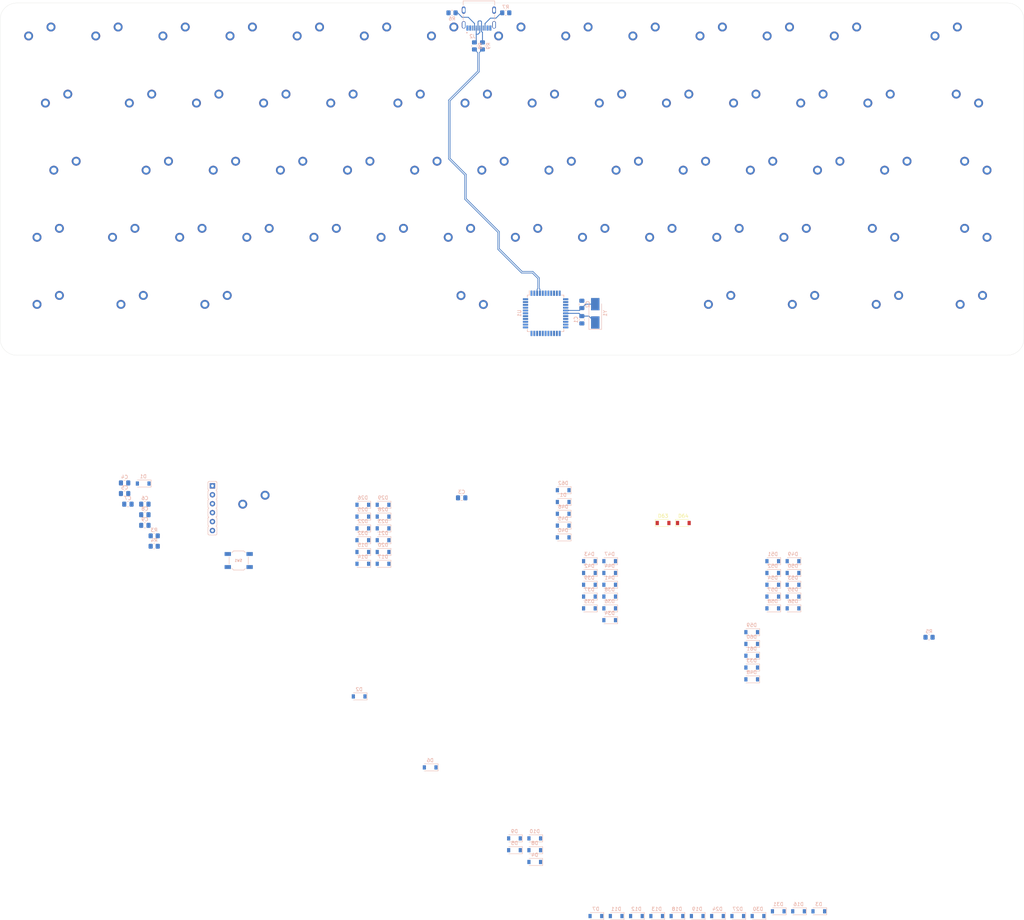
<source format=kicad_pcb>
(kicad_pcb (version 20171130) (host pcbnew "(5.1.10)-1")
  (layers (0 F.Cu signal) (31 B.Cu signal) (34 B.Paste user) (35 F.Paste user) (36 B.SilkS user) (37 F.SilkS user) (38 B.Mask user) (39 F.Mask user) (44 Edge.Cuts user))
  (net 0 "")
  (net 1 GND)
  (net 2 "Net-(C1-Pad1)")
  (net 3 "Net-(C2-Pad1)")
  (net 4 "Net-(C3-Pad1)")
  (net 5 +5V)
  (net 6 /RST)
  (net 7 "Net-(D1-Pad2)")
  (net 8 /MOSI)
  (net 9 /MISO)
  (net 10 /SCK)
  (net 11 "Net-(R3-Pad2)")
  (net 12 "Net-(U1-Pad42)")
  (net 13 "Net-(U1-Pad41)")
  (net 14 "Net-(U1-Pad40)")
  (net 15 "Net-(U1-Pad39)")
  (net 16 "Net-(U1-Pad38)")
  (net 17 "Net-(U1-Pad37)")
  (net 18 "Net-(U1-Pad36)")
  (net 19 "Net-(U1-Pad32)")
  (net 20 "Net-(U1-Pad31)")
  (net 21 "Net-(U1-Pad30)")
  (net 22 "Net-(U1-Pad29)")
  (net 23 "Net-(U1-Pad28)")
  (net 24 "Net-(U1-Pad27)")
  (net 25 "Net-(U1-Pad26)")
  (net 26 "Net-(U1-Pad25)")
  (net 27 "Net-(U1-Pad22)")
  (net 28 "Net-(U1-Pad21)")
  (net 29 "Net-(U1-Pad20)")
  (net 30 "Net-(U1-Pad19)")
  (net 31 "Net-(U1-Pad18)")
  (net 32 "Net-(U1-Pad12)")
  (net 33 "Net-(U1-Pad8)")
  (net 34 "Net-(U1-Pad1)")
  (net 35 Row_0)
  (net 36 "Net-(D2-Pad2)")
  (net 37 Row_1)
  (net 38 "Net-(D3-Pad2)")
  (net 39 Col_13)
  (net 40 "Net-(D4-Pad2)")
  (net 41 "Net-(D5-Pad2)")
  (net 42 Row_4)
  (net 43 "Net-(D6-Pad2)")
  (net 44 "Net-(D7-Pad2)")
  (net 45 "Net-(D8-Pad2)")
  (net 46 "Net-(D9-Pad2)")
  (net 47 "Net-(D10-Pad2)")
  (net 48 "Net-(D11-Pad2)")
  (net 49 "Net-(D12-Pad2)")
  (net 50 "Net-(D13-Pad2)")
  (net 51 "Net-(D14-Pad2)")
  (net 52 "Net-(D15-Pad2)")
  (net 53 "Net-(D16-Pad2)")
  (net 54 "Net-(D17-Pad2)")
  (net 55 "Net-(D18-Pad2)")
  (net 56 "Net-(D19-Pad2)")
  (net 57 "Net-(D20-Pad2)")
  (net 58 "Net-(D21-Pad2)")
  (net 59 "Net-(D22-Pad2)")
  (net 60 "Net-(D23-Pad2)")
  (net 61 "Net-(D24-Pad2)")
  (net 62 "Net-(D25-Pad2)")
  (net 63 "Net-(D26-Pad2)")
  (net 64 "Net-(D27-Pad2)")
  (net 65 "Net-(D28-Pad2)")
  (net 66 "Net-(D29-Pad2)")
  (net 67 "Net-(D30-Pad2)")
  (net 68 "Net-(D31-Pad2)")
  (net 69 "Net-(D32-Pad2)")
  (net 70 "Net-(D33-Pad2)")
  (net 71 "Net-(D34-Pad2)")
  (net 72 "Net-(D35-Pad2)")
  (net 73 "Net-(D36-Pad2)")
  (net 74 "Net-(D37-Pad2)")
  (net 75 "Net-(D38-Pad2)")
  (net 76 "Net-(D39-Pad2)")
  (net 77 "Net-(D40-Pad2)")
  (net 78 "Net-(D41-Pad2)")
  (net 79 "Net-(D42-Pad2)")
  (net 80 "Net-(D43-Pad2)")
  (net 81 "Net-(D44-Pad2)")
  (net 82 "Net-(D45-Pad2)")
  (net 83 "Net-(D46-Pad2)")
  (net 84 "Net-(D47-Pad2)")
  (net 85 "Net-(D48-Pad2)")
  (net 86 "Net-(D49-Pad2)")
  (net 87 "Net-(D50-Pad2)")
  (net 88 "Net-(D51-Pad2)")
  (net 89 "Net-(D52-Pad2)")
  (net 90 "Net-(D53-Pad2)")
  (net 91 "Net-(D54-Pad2)")
  (net 92 "Net-(D55-Pad2)")
  (net 93 "Net-(D56-Pad2)")
  (net 94 "Net-(D57-Pad2)")
  (net 95 "Net-(D58-Pad2)")
  (net 96 "Net-(D59-Pad2)")
  (net 97 "Net-(D60-Pad2)")
  (net 98 "Net-(D61-Pad2)")
  (net 99 "Net-(D62-Pad2)")
  (net 100 Col_0)
  (net 101 Col_1)
  (net 102 Col_2)
  (net 103 Col_3)
  (net 104 Col_4)
  (net 105 Col_5)
  (net 106 Col_6)
  (net 107 Col_7)
  (net 108 Col_8)
  (net 109 Col_9)
  (net 110 Col_10)
  (net 111 Col_11)
  (net 112 Col_12)
  (net 113 "Net-(D63-Pad2)")
  (net 114 "Net-(D64-Pad2)")
  (net 115 "Net-(SW65-Pad1)")
  (net 116 "Net-(R5-Pad2)")
  (net 117 /DP)
  (net 118 /DN)
  (net 119 "Net-(J2-PadA5)")
  (net 120 "Net-(J2-PadB5)")
  (net 121 "Net-(J2-PadA7)")
  (net 122 "Net-(J2-PadA6)")
  (net 123 "Net-(J2-PadA8)")
  (net 124 "Net-(J2-PadB8)")
  (module acheron_MX:MX100 (layer B.Cu) (at 128.5875 -64.29375 180)
    (fp_text reference SW27)
    (fp_text value [G])
    (pad 2 thru_hole circle (at 3.81 2.54 90) (size 2.54 2.54) (drill 1.525) (layers *.Cu *.Mask) (net 63 "Net-(D26-Pad2)"))
    (pad 1 thru_hole circle (at -2.54 5.08 180) (size 2.54 2.54) (drill 1.525) (layers *.Cu *.Mask) (net 105 Col_5))
    (pad "" np_thru_hole circle (at -5.08 0 180) (size 1.7018 1.7018) (drill 1.7018) (layers *.Cu *.Mask))
    (pad "" np_thru_hole circle (at 5.08 0 180) (size 1.7018 1.7018) (drill 1.7018) (layers *.Cu *.Mask))
    (pad "" np_thru_hole circle (at 0 0 180) (size 3.9878 3.9878) (drill 3.9878) (layers *.Cu *.Mask))
  )
  (module acheron_MX:MX100 (layer B.Cu) (at 157.1625 -45.24375 180)
    (fp_text reference SW37)
    (fp_text value [N])
    (pad 2 thru_hole circle (at 3.81 2.54 90) (size 2.54 2.54) (drill 1.525) (layers *.Cu *.Mask) (net 73 "Net-(D36-Pad2)"))
    (pad 1 thru_hole circle (at -2.54 5.08 180) (size 2.54 2.54) (drill 1.525) (layers *.Cu *.Mask) (net 107 Col_7))
    (pad "" np_thru_hole circle (at -5.08 0 180) (size 1.7018 1.7018) (drill 1.7018) (layers *.Cu *.Mask))
    (pad "" np_thru_hole circle (at 5.08 0 180) (size 1.7018 1.7018) (drill 1.7018) (layers *.Cu *.Mask))
    (pad "" np_thru_hole circle (at 0 0 180) (size 3.9878 3.9878) (drill 3.9878) (layers *.Cu *.Mask))
  )
  (module acheron_MX:MX100 (layer B.Cu) (at 133.35 -102.39375 180)
    (fp_text reference SW29)
    (fp_text value [6])
    (pad 2 thru_hole circle (at 3.81 2.54 90) (size 2.54 2.54) (drill 1.525) (layers *.Cu *.Mask) (net 65 "Net-(D28-Pad2)"))
    (pad 1 thru_hole circle (at -2.54 5.08 180) (size 2.54 2.54) (drill 1.525) (layers *.Cu *.Mask) (net 106 Col_6))
    (pad "" np_thru_hole circle (at -5.08 0 180) (size 1.7018 1.7018) (drill 1.7018) (layers *.Cu *.Mask))
    (pad "" np_thru_hole circle (at 5.08 0 180) (size 1.7018 1.7018) (drill 1.7018) (layers *.Cu *.Mask))
    (pad "" np_thru_hole circle (at 0 0 180) (size 3.9878 3.9878) (drill 3.9878) (layers *.Cu *.Mask))
  )
  (module acheron_MX:MX100 (layer B.Cu) (at 152.4 -102.39375 180)
    (fp_text reference SW34)
    (fp_text value [7])
    (pad 2 thru_hole circle (at 3.81 2.54 90) (size 2.54 2.54) (drill 1.525) (layers *.Cu *.Mask) (net 70 "Net-(D33-Pad2)"))
    (pad 1 thru_hole circle (at -2.54 5.08 180) (size 2.54 2.54) (drill 1.525) (layers *.Cu *.Mask) (net 107 Col_7))
    (pad "" np_thru_hole circle (at -5.08 0 180) (size 1.7018 1.7018) (drill 1.7018) (layers *.Cu *.Mask))
    (pad "" np_thru_hole circle (at 5.08 0 180) (size 1.7018 1.7018) (drill 1.7018) (layers *.Cu *.Mask))
    (pad "" np_thru_hole circle (at 0 0 180) (size 3.9878 3.9878) (drill 3.9878) (layers *.Cu *.Mask))
  )
  (module TYPE-C-31-M-12:HRO_TYPE-C-31-M-12 (layer B.Cu) (at 143.002 -112.268)
    (fp_text reference J2 (at -1.825 7.435) (layer B.SilkS) (effects (justify mirror)))
    (fp_text value TYPE-C-31-M12_13)
    (pad None np_thru_hole circle (at 2.89 3.65) (size 0.7 0.7) (drill 0.7) (layers *.Cu *.Mask))
    (pad None np_thru_hole circle (at -2.89 3.65) (size 0.7 0.7) (drill 0.7) (layers *.Cu *.Mask))
    (pad S4 thru_hole oval (at 4.32 0) (size 1.05 2.1) (drill oval 0.65 1.25) (layers *.Cu *.Mask))
    (pad S3 thru_hole oval (at -4.32 0) (size 1.05 2.1) (drill oval 0.65 1.25) (layers *.Cu *.Mask))
    (pad S2 thru_hole oval (at 4.32 4.18) (size 1.05 2.1) (drill oval 0.65 1.75) (layers *.Cu *.Mask))
    (pad S1 thru_hole oval (at -4.32 4.18) (size 1.05 2.1) (drill oval 0.65 1.75) (layers *.Cu *.Mask))
    (pad B1A12 smd rect (at 3.25 5.095) (size 0.6 1.45) (layers B.Cu B.Paste B.Mask))
    (pad B4A9 smd rect (at 2.45 5.095) (size 0.6 1.45) (layers B.Cu B.Paste B.Mask))
    (pad B5 smd rect (at 1.75 5.095) (size 0.3 1.45) (layers B.Cu B.Paste B.Mask) (net 120 "Net-(J2-PadB5)"))
    (pad A8 smd rect (at 1.25 5.095) (size 0.3 1.45) (layers B.Cu B.Paste B.Mask) (net 123 "Net-(J2-PadA8)"))
    (pad B6 smd rect (at 0.75 5.095) (size 0.3 1.45) (layers B.Cu B.Paste B.Mask) (net 122 "Net-(J2-PadA6)"))
    (pad A7 smd rect (at 0.25 5.095) (size 0.3 1.45) (layers B.Cu B.Paste B.Mask) (net 121 "Net-(J2-PadA7)"))
    (pad B8 smd rect (at -1.75 5.095) (size 0.3 1.45) (layers B.Cu B.Paste B.Mask) (net 124 "Net-(J2-PadB8)"))
    (pad A5 smd rect (at -1.25 5.095) (size 0.3 1.45) (layers B.Cu B.Paste B.Mask) (net 119 "Net-(J2-PadA5)"))
    (pad B7 smd rect (at -0.75 5.095) (size 0.3 1.45) (layers B.Cu B.Paste B.Mask) (net 121 "Net-(J2-PadA7)"))
    (pad A6 smd rect (at -0.25 5.095) (size 0.3 1.45) (layers B.Cu B.Paste B.Mask) (net 122 "Net-(J2-PadA6)"))
    (pad A4B9 smd rect (at -2.45 5.095) (size 0.6 1.45) (layers B.Cu B.Paste B.Mask))
    (pad A1B12 smd rect (at -3.25 5.095) (size 0.6 1.45) (layers B.Cu B.Paste B.Mask))
  )
  (module Resistor_SMD:R_0805_2012Metric_Pad1.20x1.40mm_HandSolder (layer B.Cu) (at 144.018 -102.108 90)
    (fp_text reference R9 (at 0 1.65 90) (layer B.SilkS) (effects (justify mirror)))
    (fp_text value 22k)
    (pad 2 smd roundrect (at 1 0 90) (size 1.2 1.4) (layers B.Cu B.Paste B.Mask) (roundrect_rratio 0.208333) (net 122 "Net-(J2-PadA6)"))
    (pad 1 smd roundrect (at -1 0 90) (size 1.2 1.4) (layers B.Cu B.Paste B.Mask) (roundrect_rratio 0.208333) (net 117 /DP))
  )
  (module Resistor_SMD:R_0805_2012Metric_Pad1.20x1.40mm_HandSolder (layer B.Cu) (at 141.732 -102.108 90)
    (fp_text reference R8 (at 0 1.65 90) (layer B.SilkS) (effects (justify mirror)))
    (fp_text value 22k)
    (pad 2 smd roundrect (at 1 0 90) (size 1.2 1.4) (layers B.Cu B.Paste B.Mask) (roundrect_rratio 0.208333) (net 121 "Net-(J2-PadA7)"))
    (pad 1 smd roundrect (at -1 0 90) (size 1.2 1.4) (layers B.Cu B.Paste B.Mask) (roundrect_rratio 0.208333) (net 118 /DN))
  )
  (module Resistor_SMD:R_0805_2012Metric_Pad1.20x1.40mm_HandSolder (layer B.Cu) (at 150.622 -111.506 180)
    (fp_text reference R7 (at 0 1.65) (layer B.SilkS) (effects (justify mirror)))
    (fp_text value 5k)
    (pad 2 smd roundrect (at 1 0 180) (size 1.2 1.4) (layers B.Cu B.Paste B.Mask) (roundrect_rratio 0.208333) (net 120 "Net-(J2-PadB5)"))
    (pad 1 smd roundrect (at -1 0 180) (size 1.2 1.4) (layers B.Cu B.Paste B.Mask) (roundrect_rratio 0.208333) (net 1 GND))
  )
  (module Resistor_SMD:R_0805_2012Metric_Pad1.20x1.40mm_HandSolder (layer B.Cu) (at 135.382 -111.506)
    (fp_text reference R6 (at 0 1.65) (layer B.SilkS) (effects (justify mirror)))
    (fp_text value 5k)
    (pad 2 smd roundrect (at 1 0) (size 1.2 1.4) (layers B.Cu B.Paste B.Mask) (roundrect_rratio 0.208333) (net 119 "Net-(J2-PadA5)"))
    (pad 1 smd roundrect (at -1 0) (size 1.2 1.4) (layers B.Cu B.Paste B.Mask) (roundrect_rratio 0.208333) (net 1 GND))
  )
  (module acheron_MX:MX100 (layer B.Cu) (at 147.6375 -64.29375 180)
    (fp_text reference SW31)
    (fp_text value [H])
    (pad 2 thru_hole circle (at 3.81 2.54 90) (size 2.54 2.54) (drill 1.525) (layers *.Cu *.Mask) (net 67 "Net-(D30-Pad2)"))
    (pad 1 thru_hole circle (at -2.54 5.08 180) (size 2.54 2.54) (drill 1.525) (layers *.Cu *.Mask) (net 106 Col_6))
    (pad "" np_thru_hole circle (at -5.08 0 180) (size 1.7018 1.7018) (drill 1.7018) (layers *.Cu *.Mask))
    (pad "" np_thru_hole circle (at 5.08 0 180) (size 1.7018 1.7018) (drill 1.7018) (layers *.Cu *.Mask))
    (pad "" np_thru_hole circle (at 0 0 180) (size 3.9878 3.9878) (drill 3.9878) (layers *.Cu *.Mask))
  )
  (module acheron_MX:MX625 (layer F.Cu) (at 140.462 -26.162)
    (fp_text reference SW33)
    (fp_text value [Space])
    (pad "" np_thru_hole circle (at 50.038 8.255 180) (size 3.9878 3.9878) (drill 3.9878) (layers *.Cu *.Mask))
    (pad "" np_thru_hole circle (at -50.038 8.255 180) (size 3.9878 3.9878) (drill 3.9878) (layers *.Cu *.Mask))
    (pad "" np_thru_hole circle (at -50.038 -6.985 180) (size 3.048 3.048) (drill 3.048) (layers *.Cu *.Mask))
    (pad "" np_thru_hole circle (at 50.038 -6.985 180) (size 3.048 3.048) (drill 3.048) (layers *.Cu *.Mask))
    (pad "" np_thru_hole circle (at -5.08 0) (size 1.7018 1.7018) (drill 1.7018) (layers *.Cu *.Mask))
    (pad "" np_thru_hole circle (at 5.08 0) (size 1.7018 1.7018) (drill 1.7018) (layers *.Cu *.Mask))
    (pad 1 thru_hole circle (at -2.54 -5.08) (size 2.54 2.54) (drill 1.524) (layers *.Cu *.Mask) (net 106 Col_6))
    (pad 2 thru_hole circle (at 3.81 -2.54) (size 2.54 2.54) (drill 1.524) (layers *.Cu *.Mask) (net 69 "Net-(D32-Pad2)"))
    (pad "" np_thru_hole circle (at 0 0) (size 3.9878 3.9878) (drill 3.9878) (layers *.Cu *.Mask))
  )
  (module acheron_MX:MX150 (layer F.Cu) (at 257.175 -45.24375)
    (fp_text reference SW59)
    (fp_text value [RShift])
    (pad "" np_thru_hole circle (at -5.08 0) (size 1.7018 1.7018) (drill 1.7018) (layers *.Cu *.Mask))
    (pad "" np_thru_hole circle (at 5.08 0) (size 1.7018 1.7018) (drill 1.7018) (layers *.Cu *.Mask))
    (pad 1 thru_hole circle (at -2.54 -5.08) (size 2.54 2.54) (drill 1.524) (layers *.Cu *.Mask) (net 112 Col_12))
    (pad 2 thru_hole circle (at 3.81 -2.54) (size 2.54 2.54) (drill 1.524) (layers *.Cu *.Mask) (net 95 "Net-(D58-Pad2)"))
    (pad "" np_thru_hole circle (at 0 0) (size 3.9878 3.9878) (drill 3.9878) (layers *.Cu *.Mask))
  )
  (module acheron_MX:MX150 (layer F.Cu) (at 280.9875 -83.34375)
    (fp_text reference SW62)
    (fp_text value [Enter1.5])
    (pad "" np_thru_hole circle (at -5.08 0) (size 1.7018 1.7018) (drill 1.7018) (layers *.Cu *.Mask))
    (pad "" np_thru_hole circle (at 5.08 0) (size 1.7018 1.7018) (drill 1.7018) (layers *.Cu *.Mask))
    (pad 1 thru_hole circle (at -2.54 -5.08) (size 2.54 2.54) (drill 1.524) (layers *.Cu *.Mask) (net 39 Col_13))
    (pad 2 thru_hole circle (at 3.81 -2.54) (size 2.54 2.54) (drill 1.524) (layers *.Cu *.Mask) (net 98 "Net-(D61-Pad2)"))
    (pad "" np_thru_hole circle (at 0 0) (size 3.9878 3.9878) (drill 3.9878) (layers *.Cu *.Mask))
  )
  (module acheron_MX:MX125 (layer F.Cu) (at 283.36875 -64.29375)
    (fp_text reference SW65)
    (fp_text value [Unass1.25])
    (pad "" np_thru_hole circle (at -5.08 0) (size 1.7018 1.7018) (drill 1.7018) (layers *.Cu *.Mask))
    (pad "" np_thru_hole circle (at 5.08 0) (size 1.7018 1.7018) (drill 1.7018) (layers *.Cu *.Mask))
    (pad 1 thru_hole circle (at -2.54 -5.08) (size 2.54 2.54) (drill 1.524) (layers *.Cu *.Mask) (net 115 "Net-(SW65-Pad1)"))
    (pad 2 thru_hole circle (at 3.81 -2.54) (size 2.54 2.54) (drill 1.524) (layers *.Cu *.Mask) (net 114 "Net-(D64-Pad2)"))
    (pad "" np_thru_hole circle (at 0 0) (size 3.9878 3.9878) (drill 3.9878) (layers *.Cu *.Mask))
  )
  (module acheron_MX:MX125 (layer F.Cu) (at 283.36875 -45.24375)
    (fp_text reference SW64)
    (fp_text value [Unass])
    (pad "" np_thru_hole circle (at -5.08 0) (size 1.7018 1.7018) (drill 1.7018) (layers *.Cu *.Mask))
    (pad "" np_thru_hole circle (at 5.08 0) (size 1.7018 1.7018) (drill 1.7018) (layers *.Cu *.Mask))
    (pad 1 thru_hole circle (at -2.54 -5.08) (size 2.54 2.54) (drill 1.524) (layers *.Cu *.Mask) (net 39 Col_13))
    (pad 2 thru_hole circle (at 3.81 -2.54) (size 2.54 2.54) (drill 1.524) (layers *.Cu *.Mask) (net 113 "Net-(D63-Pad2)"))
    (pad "" np_thru_hole circle (at 0 0) (size 3.9878 3.9878) (drill 3.9878) (layers *.Cu *.Mask))
  )
  (module Diode_SMD:D_SOD-123 (layer F.Cu) (at 201.0125 33.3375)
    (fp_text reference D64 (at 0 -2) (layer F.SilkS))
    (fp_text value 1N4148W)
    (pad 2 smd rect (at 1.65 0) (size 0.9 1.2) (layers F.Cu F.Paste F.Mask) (net 114 "Net-(D64-Pad2)"))
    (pad 1 smd rect (at -1.65 0) (size 0.9 1.2) (layers F.Cu F.Paste F.Mask) (net 39 Col_13))
  )
  (module Diode_SMD:D_SOD-123 (layer F.Cu) (at 195.2625 33.3375)
    (fp_text reference D63 (at 0 -2) (layer F.SilkS))
    (fp_text value 1N4148W)
    (pad 2 smd rect (at 1.65 0) (size 0.9 1.2) (layers F.Cu F.Paste F.Mask) (net 113 "Net-(D63-Pad2)"))
    (pad 1 smd rect (at -1.65 0) (size 0.9 1.2) (layers F.Cu F.Paste F.Mask) (net 39 Col_13))
  )
  (module acheron_MX:MX175 (layer B.Cu) (at 26.19375 -64.29375 180)
    (fp_text reference SW4)
    (fp_text value [LCaps])
    (pad "" np_thru_hole circle (at -5.08 0 180) (size 1.7018 1.7018) (drill 1.7018) (layers *.Cu *.Mask))
    (pad "" np_thru_hole circle (at 5.08 0 180) (size 1.7018 1.7018) (drill 1.7018) (layers *.Cu *.Mask))
    (pad 1 thru_hole circle (at -2.54 5.08 180) (size 2.54 2.54) (drill 1.524) (layers *.Cu *.Mask) (net 100 Col_0))
    (pad 2 thru_hole circle (at 3.81 2.54 180) (size 2.54 2.54) (drill 1.524) (layers *.Cu *.Mask) (net 38 "Net-(D3-Pad2)"))
    (pad "" np_thru_hole circle (at 0 0 180) (size 3.9878 3.9878) (drill 3.9878) (layers *.Cu *.Mask))
  )
  (module acheron_MX:MX125 (layer B.Cu) (at 283.36875 -26.19375 180)
    (fp_text reference SW63)
    (fp_text value [Ctrl2])
    (pad "" np_thru_hole circle (at -5.08 0 180) (size 1.7018 1.7018) (drill 1.7018) (layers *.Cu *.Mask))
    (pad "" np_thru_hole circle (at 5.08 0 180) (size 1.7018 1.7018) (drill 1.7018) (layers *.Cu *.Mask))
    (pad 1 thru_hole circle (at -2.54 5.08 180) (size 2.54 2.54) (drill 1.524) (layers *.Cu *.Mask) (net 39 Col_13))
    (pad 2 thru_hole circle (at 3.81 2.54 180) (size 2.54 2.54) (drill 1.524) (layers *.Cu *.Mask) (net 99 "Net-(D62-Pad2)"))
    (pad "" np_thru_hole circle (at 0 0 180) (size 3.9878 3.9878) (drill 3.9878) (layers *.Cu *.Mask))
  )
  (module acheron_MX:MX200 (layer B.Cu) (at 276.225 -102.39375 180)
    (fp_text reference SW61)
    (fp_text value [Backspc])
    (pad "" np_thru_hole circle (at -11.938 -8.255 180) (size 3.9878 3.9878) (drill 3.9878) (layers *.Cu *.Mask))
    (pad "" np_thru_hole circle (at 11.938 -8.255 180) (size 3.9878 3.9878) (drill 3.9878) (layers *.Cu *.Mask))
    (pad "" np_thru_hole circle (at 11.938 6.985 180) (size 3.048 3.048) (drill 3.048) (layers *.Cu *.Mask))
    (pad "" np_thru_hole circle (at -11.938 6.985 180) (size 3.048 3.048) (drill 3.048) (layers *.Cu *.Mask))
    (pad "" np_thru_hole circle (at -5.08 0 180) (size 1.7018 1.7018) (drill 1.7018) (layers *.Cu *.Mask))
    (pad "" np_thru_hole circle (at 5.08 0 180) (size 1.7018 1.7018) (drill 1.7018) (layers *.Cu *.Mask))
    (pad 1 thru_hole circle (at -2.54 5.08 180) (size 2.54 2.54) (drill 1.524) (layers *.Cu *.Mask) (net 39 Col_13))
    (pad 2 thru_hole circle (at 3.81 2.54 180) (size 2.54 2.54) (drill 1.524) (layers *.Cu *.Mask) (net 97 "Net-(D60-Pad2)"))
    (pad "" np_thru_hole circle (at 0 0 180) (size 3.9878 3.9878) (drill 3.9878) (layers *.Cu *.Mask))
  )
  (module acheron_MX:MX125 (layer B.Cu) (at 259.55625 -26.19375 180)
    (fp_text reference SW60)
    (fp_text value [Menu])
    (pad "" np_thru_hole circle (at -5.08 0 180) (size 1.7018 1.7018) (drill 1.7018) (layers *.Cu *.Mask))
    (pad "" np_thru_hole circle (at 5.08 0 180) (size 1.7018 1.7018) (drill 1.7018) (layers *.Cu *.Mask))
    (pad 1 thru_hole circle (at -2.54 5.08 180) (size 2.54 2.54) (drill 1.524) (layers *.Cu *.Mask) (net 112 Col_12))
    (pad 2 thru_hole circle (at 3.81 2.54 180) (size 2.54 2.54) (drill 1.524) (layers *.Cu *.Mask) (net 96 "Net-(D59-Pad2)"))
    (pad "" np_thru_hole circle (at 0 0 180) (size 3.9878 3.9878) (drill 3.9878) (layers *.Cu *.Mask))
  )
  (module acheron_MX:MX100 (layer B.Cu) (at 261.9375 -64.29375 180)
    (fp_text reference SW58)
    (fp_text value [Ç])
    (pad 2 thru_hole circle (at 3.81 2.54 90) (size 2.54 2.54) (drill 1.525) (layers *.Cu *.Mask) (net 94 "Net-(D57-Pad2)"))
    (pad 1 thru_hole circle (at -2.54 5.08 180) (size 2.54 2.54) (drill 1.525) (layers *.Cu *.Mask) (net 112 Col_12))
    (pad "" np_thru_hole circle (at -5.08 0 180) (size 1.7018 1.7018) (drill 1.7018) (layers *.Cu *.Mask))
    (pad "" np_thru_hole circle (at 5.08 0 180) (size 1.7018 1.7018) (drill 1.7018) (layers *.Cu *.Mask))
    (pad "" np_thru_hole circle (at 0 0 180) (size 3.9878 3.9878) (drill 3.9878) (layers *.Cu *.Mask))
  )
  (module acheron_MX:MX100 (layer B.Cu) (at 257.175 -83.34375 180)
    (fp_text reference SW57)
    (fp_text value [*])
    (pad 2 thru_hole circle (at 3.81 2.54 90) (size 2.54 2.54) (drill 1.525) (layers *.Cu *.Mask) (net 93 "Net-(D56-Pad2)"))
    (pad 1 thru_hole circle (at -2.54 5.08 180) (size 2.54 2.54) (drill 1.525) (layers *.Cu *.Mask) (net 112 Col_12))
    (pad "" np_thru_hole circle (at -5.08 0 180) (size 1.7018 1.7018) (drill 1.7018) (layers *.Cu *.Mask))
    (pad "" np_thru_hole circle (at 5.08 0 180) (size 1.7018 1.7018) (drill 1.7018) (layers *.Cu *.Mask))
    (pad "" np_thru_hole circle (at 0 0 180) (size 3.9878 3.9878) (drill 3.9878) (layers *.Cu *.Mask))
  )
  (module acheron_MX:MX100 (layer B.Cu) (at 247.65 -102.39375 180)
    (fp_text reference SW56)
    (fp_text value [¿])
    (pad 2 thru_hole circle (at 3.81 2.54 90) (size 2.54 2.54) (drill 1.525) (layers *.Cu *.Mask) (net 92 "Net-(D55-Pad2)"))
    (pad 1 thru_hole circle (at -2.54 5.08 180) (size 2.54 2.54) (drill 1.525) (layers *.Cu *.Mask) (net 112 Col_12))
    (pad "" np_thru_hole circle (at -5.08 0 180) (size 1.7018 1.7018) (drill 1.7018) (layers *.Cu *.Mask))
    (pad "" np_thru_hole circle (at 5.08 0 180) (size 1.7018 1.7018) (drill 1.7018) (layers *.Cu *.Mask))
    (pad "" np_thru_hole circle (at 0 0 180) (size 3.9878 3.9878) (drill 3.9878) (layers *.Cu *.Mask))
  )
  (module acheron_MX:MX125 (layer B.Cu) (at 235.74375 -26.19375 180)
    (fp_text reference SW55)
    (fp_text value [Win])
    (pad "" np_thru_hole circle (at -5.08 0 180) (size 1.7018 1.7018) (drill 1.7018) (layers *.Cu *.Mask))
    (pad "" np_thru_hole circle (at 5.08 0 180) (size 1.7018 1.7018) (drill 1.7018) (layers *.Cu *.Mask))
    (pad 1 thru_hole circle (at -2.54 5.08 180) (size 2.54 2.54) (drill 1.524) (layers *.Cu *.Mask) (net 111 Col_11))
    (pad 2 thru_hole circle (at 3.81 2.54 180) (size 2.54 2.54) (drill 1.524) (layers *.Cu *.Mask) (net 91 "Net-(D54-Pad2)"))
    (pad "" np_thru_hole circle (at 0 0 180) (size 3.9878 3.9878) (drill 3.9878) (layers *.Cu *.Mask))
  )
  (module acheron_MX:MX100 (layer B.Cu) (at 233.3625 -45.24375 180)
    (fp_text reference SW54)
    (fp_text value [_])
    (pad 2 thru_hole circle (at 3.81 2.54 90) (size 2.54 2.54) (drill 1.525) (layers *.Cu *.Mask) (net 90 "Net-(D53-Pad2)"))
    (pad 1 thru_hole circle (at -2.54 5.08 180) (size 2.54 2.54) (drill 1.525) (layers *.Cu *.Mask) (net 111 Col_11))
    (pad "" np_thru_hole circle (at -5.08 0 180) (size 1.7018 1.7018) (drill 1.7018) (layers *.Cu *.Mask))
    (pad "" np_thru_hole circle (at 5.08 0 180) (size 1.7018 1.7018) (drill 1.7018) (layers *.Cu *.Mask))
    (pad "" np_thru_hole circle (at 0 0 180) (size 3.9878 3.9878) (drill 3.9878) (layers *.Cu *.Mask))
  )
  (module acheron_MX:MX100 (layer B.Cu) (at 242.8875 -64.29375 180)
    (fp_text reference SW53)
    (fp_text value [¨])
    (pad 2 thru_hole circle (at 3.81 2.54 90) (size 2.54 2.54) (drill 1.525) (layers *.Cu *.Mask) (net 89 "Net-(D52-Pad2)"))
    (pad 1 thru_hole circle (at -2.54 5.08 180) (size 2.54 2.54) (drill 1.525) (layers *.Cu *.Mask) (net 111 Col_11))
    (pad "" np_thru_hole circle (at -5.08 0 180) (size 1.7018 1.7018) (drill 1.7018) (layers *.Cu *.Mask))
    (pad "" np_thru_hole circle (at 5.08 0 180) (size 1.7018 1.7018) (drill 1.7018) (layers *.Cu *.Mask))
    (pad "" np_thru_hole circle (at 0 0 180) (size 3.9878 3.9878) (drill 3.9878) (layers *.Cu *.Mask))
  )
  (module acheron_MX:MX100 (layer B.Cu) (at 238.125 -83.34375 180)
    (fp_text reference SW52)
    (fp_text value [^])
    (pad 2 thru_hole circle (at 3.81 2.54 90) (size 2.54 2.54) (drill 1.525) (layers *.Cu *.Mask) (net 88 "Net-(D51-Pad2)"))
    (pad 1 thru_hole circle (at -2.54 5.08 180) (size 2.54 2.54) (drill 1.525) (layers *.Cu *.Mask) (net 111 Col_11))
    (pad "" np_thru_hole circle (at -5.08 0 180) (size 1.7018 1.7018) (drill 1.7018) (layers *.Cu *.Mask))
    (pad "" np_thru_hole circle (at 5.08 0 180) (size 1.7018 1.7018) (drill 1.7018) (layers *.Cu *.Mask))
    (pad "" np_thru_hole circle (at 0 0 180) (size 3.9878 3.9878) (drill 3.9878) (layers *.Cu *.Mask))
  )
  (module acheron_MX:MX100 (layer B.Cu) (at 228.6 -102.39375 180)
    (fp_text reference SW51)
    (fp_text value [?])
    (pad 2 thru_hole circle (at 3.81 2.54 90) (size 2.54 2.54) (drill 1.525) (layers *.Cu *.Mask) (net 87 "Net-(D50-Pad2)"))
    (pad 1 thru_hole circle (at -2.54 5.08 180) (size 2.54 2.54) (drill 1.525) (layers *.Cu *.Mask) (net 111 Col_11))
    (pad "" np_thru_hole circle (at -5.08 0 180) (size 1.7018 1.7018) (drill 1.7018) (layers *.Cu *.Mask))
    (pad "" np_thru_hole circle (at 5.08 0 180) (size 1.7018 1.7018) (drill 1.7018) (layers *.Cu *.Mask))
    (pad "" np_thru_hole circle (at 0 0 180) (size 3.9878 3.9878) (drill 3.9878) (layers *.Cu *.Mask))
  )
  (module acheron_MX:MX125 (layer B.Cu) (at 211.93125 -26.19375 180)
    (fp_text reference SW50)
    (fp_text value [AltGr])
    (pad "" np_thru_hole circle (at -5.08 0 180) (size 1.7018 1.7018) (drill 1.7018) (layers *.Cu *.Mask))
    (pad "" np_thru_hole circle (at 5.08 0 180) (size 1.7018 1.7018) (drill 1.7018) (layers *.Cu *.Mask))
    (pad 1 thru_hole circle (at -2.54 5.08 180) (size 2.54 2.54) (drill 1.524) (layers *.Cu *.Mask) (net 110 Col_10))
    (pad 2 thru_hole circle (at 3.81 2.54 180) (size 2.54 2.54) (drill 1.524) (layers *.Cu *.Mask) (net 86 "Net-(D49-Pad2)"))
    (pad "" np_thru_hole circle (at 0 0 180) (size 3.9878 3.9878) (drill 3.9878) (layers *.Cu *.Mask))
  )
  (module acheron_MX:MX100 (layer B.Cu) (at 214.3125 -45.24375 180)
    (fp_text reference SW49)
    (fp_text value [:])
    (pad 2 thru_hole circle (at 3.81 2.54 90) (size 2.54 2.54) (drill 1.525) (layers *.Cu *.Mask) (net 85 "Net-(D48-Pad2)"))
    (pad 1 thru_hole circle (at -2.54 5.08 180) (size 2.54 2.54) (drill 1.525) (layers *.Cu *.Mask) (net 110 Col_10))
    (pad "" np_thru_hole circle (at -5.08 0 180) (size 1.7018 1.7018) (drill 1.7018) (layers *.Cu *.Mask))
    (pad "" np_thru_hole circle (at 5.08 0 180) (size 1.7018 1.7018) (drill 1.7018) (layers *.Cu *.Mask))
    (pad "" np_thru_hole circle (at 0 0 180) (size 3.9878 3.9878) (drill 3.9878) (layers *.Cu *.Mask))
  )
  (module acheron_MX:MX100 (layer B.Cu) (at 223.8375 -64.29375 180)
    (fp_text reference SW48)
    (fp_text value [Ñ])
    (pad 2 thru_hole circle (at 3.81 2.54 90) (size 2.54 2.54) (drill 1.525) (layers *.Cu *.Mask) (net 84 "Net-(D47-Pad2)"))
    (pad 1 thru_hole circle (at -2.54 5.08 180) (size 2.54 2.54) (drill 1.525) (layers *.Cu *.Mask) (net 110 Col_10))
    (pad "" np_thru_hole circle (at -5.08 0 180) (size 1.7018 1.7018) (drill 1.7018) (layers *.Cu *.Mask))
    (pad "" np_thru_hole circle (at 5.08 0 180) (size 1.7018 1.7018) (drill 1.7018) (layers *.Cu *.Mask))
    (pad "" np_thru_hole circle (at 0 0 180) (size 3.9878 3.9878) (drill 3.9878) (layers *.Cu *.Mask))
  )
  (module acheron_MX:MX100 (layer B.Cu) (at 219.075 -83.34375 180)
    (fp_text reference SW47)
    (fp_text value [P])
    (pad 2 thru_hole circle (at 3.81 2.54 90) (size 2.54 2.54) (drill 1.525) (layers *.Cu *.Mask) (net 83 "Net-(D46-Pad2)"))
    (pad 1 thru_hole circle (at -2.54 5.08 180) (size 2.54 2.54) (drill 1.525) (layers *.Cu *.Mask) (net 110 Col_10))
    (pad "" np_thru_hole circle (at -5.08 0 180) (size 1.7018 1.7018) (drill 1.7018) (layers *.Cu *.Mask))
    (pad "" np_thru_hole circle (at 5.08 0 180) (size 1.7018 1.7018) (drill 1.7018) (layers *.Cu *.Mask))
    (pad "" np_thru_hole circle (at 0 0 180) (size 3.9878 3.9878) (drill 3.9878) (layers *.Cu *.Mask))
  )
  (module acheron_MX:MX100 (layer B.Cu) (at 209.55 -102.39375 180)
    (fp_text reference SW46)
    (fp_text value [0])
    (pad 2 thru_hole circle (at 3.81 2.54 90) (size 2.54 2.54) (drill 1.525) (layers *.Cu *.Mask) (net 82 "Net-(D45-Pad2)"))
    (pad 1 thru_hole circle (at -2.54 5.08 180) (size 2.54 2.54) (drill 1.525) (layers *.Cu *.Mask) (net 110 Col_10))
    (pad "" np_thru_hole circle (at -5.08 0 180) (size 1.7018 1.7018) (drill 1.7018) (layers *.Cu *.Mask))
    (pad "" np_thru_hole circle (at 5.08 0 180) (size 1.7018 1.7018) (drill 1.7018) (layers *.Cu *.Mask))
    (pad "" np_thru_hole circle (at 0 0 180) (size 3.9878 3.9878) (drill 3.9878) (layers *.Cu *.Mask))
  )
  (module acheron_MX:MX100 (layer B.Cu) (at 195.2625 -45.24375 180)
    (fp_text reference SW45)
    (fp_text value [;])
    (pad 2 thru_hole circle (at 3.81 2.54 90) (size 2.54 2.54) (drill 1.525) (layers *.Cu *.Mask) (net 81 "Net-(D44-Pad2)"))
    (pad 1 thru_hole circle (at -2.54 5.08 180) (size 2.54 2.54) (drill 1.525) (layers *.Cu *.Mask) (net 109 Col_9))
    (pad "" np_thru_hole circle (at -5.08 0 180) (size 1.7018 1.7018) (drill 1.7018) (layers *.Cu *.Mask))
    (pad "" np_thru_hole circle (at 5.08 0 180) (size 1.7018 1.7018) (drill 1.7018) (layers *.Cu *.Mask))
    (pad "" np_thru_hole circle (at 0 0 180) (size 3.9878 3.9878) (drill 3.9878) (layers *.Cu *.Mask))
  )
  (module acheron_MX:MX100 (layer B.Cu) (at 204.7875 -64.29375 180)
    (fp_text reference SW44)
    (fp_text value [L])
    (pad 2 thru_hole circle (at 3.81 2.54 90) (size 2.54 2.54) (drill 1.525) (layers *.Cu *.Mask) (net 80 "Net-(D43-Pad2)"))
    (pad 1 thru_hole circle (at -2.54 5.08 180) (size 2.54 2.54) (drill 1.525) (layers *.Cu *.Mask) (net 109 Col_9))
    (pad "" np_thru_hole circle (at -5.08 0 180) (size 1.7018 1.7018) (drill 1.7018) (layers *.Cu *.Mask))
    (pad "" np_thru_hole circle (at 5.08 0 180) (size 1.7018 1.7018) (drill 1.7018) (layers *.Cu *.Mask))
    (pad "" np_thru_hole circle (at 0 0 180) (size 3.9878 3.9878) (drill 3.9878) (layers *.Cu *.Mask))
  )
  (module acheron_MX:MX100 (layer B.Cu) (at 200.025 -83.34375 180)
    (fp_text reference SW43)
    (fp_text value [O])
    (pad 2 thru_hole circle (at 3.81 2.54 90) (size 2.54 2.54) (drill 1.525) (layers *.Cu *.Mask) (net 79 "Net-(D42-Pad2)"))
    (pad 1 thru_hole circle (at -2.54 5.08 180) (size 2.54 2.54) (drill 1.525) (layers *.Cu *.Mask) (net 109 Col_9))
    (pad "" np_thru_hole circle (at -5.08 0 180) (size 1.7018 1.7018) (drill 1.7018) (layers *.Cu *.Mask))
    (pad "" np_thru_hole circle (at 5.08 0 180) (size 1.7018 1.7018) (drill 1.7018) (layers *.Cu *.Mask))
    (pad "" np_thru_hole circle (at 0 0 180) (size 3.9878 3.9878) (drill 3.9878) (layers *.Cu *.Mask))
  )
  (module acheron_MX:MX100 (layer B.Cu) (at 190.5 -102.39375 180)
    (fp_text reference SW42)
    (fp_text value [9])
    (pad 2 thru_hole circle (at 3.81 2.54 90) (size 2.54 2.54) (drill 1.525) (layers *.Cu *.Mask) (net 78 "Net-(D41-Pad2)"))
    (pad 1 thru_hole circle (at -2.54 5.08 180) (size 2.54 2.54) (drill 1.525) (layers *.Cu *.Mask) (net 109 Col_9))
    (pad "" np_thru_hole circle (at -5.08 0 180) (size 1.7018 1.7018) (drill 1.7018) (layers *.Cu *.Mask))
    (pad "" np_thru_hole circle (at 5.08 0 180) (size 1.7018 1.7018) (drill 1.7018) (layers *.Cu *.Mask))
    (pad "" np_thru_hole circle (at 0 0 180) (size 3.9878 3.9878) (drill 3.9878) (layers *.Cu *.Mask))
  )
  (module acheron_MX:MX100 (layer B.Cu) (at 176.2125 -45.24375 180)
    (fp_text reference SW41)
    (fp_text value [M])
    (pad 2 thru_hole circle (at 3.81 2.54 90) (size 2.54 2.54) (drill 1.525) (layers *.Cu *.Mask) (net 77 "Net-(D40-Pad2)"))
    (pad 1 thru_hole circle (at -2.54 5.08 180) (size 2.54 2.54) (drill 1.525) (layers *.Cu *.Mask) (net 108 Col_8))
    (pad "" np_thru_hole circle (at -5.08 0 180) (size 1.7018 1.7018) (drill 1.7018) (layers *.Cu *.Mask))
    (pad "" np_thru_hole circle (at 5.08 0 180) (size 1.7018 1.7018) (drill 1.7018) (layers *.Cu *.Mask))
    (pad "" np_thru_hole circle (at 0 0 180) (size 3.9878 3.9878) (drill 3.9878) (layers *.Cu *.Mask))
  )
  (module acheron_MX:MX100 (layer B.Cu) (at 185.7375 -64.29375 180)
    (fp_text reference SW40)
    (fp_text value [K])
    (pad 2 thru_hole circle (at 3.81 2.54 90) (size 2.54 2.54) (drill 1.525) (layers *.Cu *.Mask) (net 76 "Net-(D39-Pad2)"))
    (pad 1 thru_hole circle (at -2.54 5.08 180) (size 2.54 2.54) (drill 1.525) (layers *.Cu *.Mask) (net 108 Col_8))
    (pad "" np_thru_hole circle (at -5.08 0 180) (size 1.7018 1.7018) (drill 1.7018) (layers *.Cu *.Mask))
    (pad "" np_thru_hole circle (at 5.08 0 180) (size 1.7018 1.7018) (drill 1.7018) (layers *.Cu *.Mask))
    (pad "" np_thru_hole circle (at 0 0 180) (size 3.9878 3.9878) (drill 3.9878) (layers *.Cu *.Mask))
  )
  (module acheron_MX:MX100 (layer B.Cu) (at 180.975 -83.34375 180)
    (fp_text reference SW39)
    (fp_text value [I])
    (pad 2 thru_hole circle (at 3.81 2.54 90) (size 2.54 2.54) (drill 1.525) (layers *.Cu *.Mask) (net 75 "Net-(D38-Pad2)"))
    (pad 1 thru_hole circle (at -2.54 5.08 180) (size 2.54 2.54) (drill 1.525) (layers *.Cu *.Mask) (net 108 Col_8))
    (pad "" np_thru_hole circle (at -5.08 0 180) (size 1.7018 1.7018) (drill 1.7018) (layers *.Cu *.Mask))
    (pad "" np_thru_hole circle (at 5.08 0 180) (size 1.7018 1.7018) (drill 1.7018) (layers *.Cu *.Mask))
    (pad "" np_thru_hole circle (at 0 0 180) (size 3.9878 3.9878) (drill 3.9878) (layers *.Cu *.Mask))
  )
  (module acheron_MX:MX100 (layer B.Cu) (at 171.45 -102.39375 180)
    (fp_text reference SW38)
    (fp_text value [8])
    (pad 2 thru_hole circle (at 3.81 2.54 90) (size 2.54 2.54) (drill 1.525) (layers *.Cu *.Mask) (net 74 "Net-(D37-Pad2)"))
    (pad 1 thru_hole circle (at -2.54 5.08 180) (size 2.54 2.54) (drill 1.525) (layers *.Cu *.Mask) (net 108 Col_8))
    (pad "" np_thru_hole circle (at -5.08 0 180) (size 1.7018 1.7018) (drill 1.7018) (layers *.Cu *.Mask))
    (pad "" np_thru_hole circle (at 5.08 0 180) (size 1.7018 1.7018) (drill 1.7018) (layers *.Cu *.Mask))
    (pad "" np_thru_hole circle (at 0 0 180) (size 3.9878 3.9878) (drill 3.9878) (layers *.Cu *.Mask))
  )
  (module acheron_MX:MX100 (layer B.Cu) (at 166.6875 -64.29375 180)
    (fp_text reference SW36)
    (fp_text value [J])
    (pad 2 thru_hole circle (at 3.81 2.54 90) (size 2.54 2.54) (drill 1.525) (layers *.Cu *.Mask) (net 72 "Net-(D35-Pad2)"))
    (pad 1 thru_hole circle (at -2.54 5.08 180) (size 2.54 2.54) (drill 1.525) (layers *.Cu *.Mask) (net 107 Col_7))
    (pad "" np_thru_hole circle (at -5.08 0 180) (size 1.7018 1.7018) (drill 1.7018) (layers *.Cu *.Mask))
    (pad "" np_thru_hole circle (at 5.08 0 180) (size 1.7018 1.7018) (drill 1.7018) (layers *.Cu *.Mask))
    (pad "" np_thru_hole circle (at 0 0 180) (size 3.9878 3.9878) (drill 3.9878) (layers *.Cu *.Mask))
  )
  (module acheron_MX:MX100 (layer B.Cu) (at 161.925 -83.34375 180)
    (fp_text reference SW35)
    (fp_text value [U])
    (pad 2 thru_hole circle (at 3.81 2.54 90) (size 2.54 2.54) (drill 1.525) (layers *.Cu *.Mask) (net 71 "Net-(D34-Pad2)"))
    (pad 1 thru_hole circle (at -2.54 5.08 180) (size 2.54 2.54) (drill 1.525) (layers *.Cu *.Mask) (net 107 Col_7))
    (pad "" np_thru_hole circle (at -5.08 0 180) (size 1.7018 1.7018) (drill 1.7018) (layers *.Cu *.Mask))
    (pad "" np_thru_hole circle (at 5.08 0 180) (size 1.7018 1.7018) (drill 1.7018) (layers *.Cu *.Mask))
    (pad "" np_thru_hole circle (at 0 0 180) (size 3.9878 3.9878) (drill 3.9878) (layers *.Cu *.Mask))
  )
  (module acheron_MX:MX100 (layer B.Cu) (at 138.1125 -45.24375 180)
    (fp_text reference SW32)
    (fp_text value [B])
    (pad 2 thru_hole circle (at 3.81 2.54 90) (size 2.54 2.54) (drill 1.525) (layers *.Cu *.Mask) (net 68 "Net-(D31-Pad2)"))
    (pad 1 thru_hole circle (at -2.54 5.08 180) (size 2.54 2.54) (drill 1.525) (layers *.Cu *.Mask) (net 106 Col_6))
    (pad "" np_thru_hole circle (at -5.08 0 180) (size 1.7018 1.7018) (drill 1.7018) (layers *.Cu *.Mask))
    (pad "" np_thru_hole circle (at 5.08 0 180) (size 1.7018 1.7018) (drill 1.7018) (layers *.Cu *.Mask))
    (pad "" np_thru_hole circle (at 0 0 180) (size 3.9878 3.9878) (drill 3.9878) (layers *.Cu *.Mask))
  )
  (module acheron_MX:MX100 (layer B.Cu) (at 142.875 -83.34375 180)
    (fp_text reference SW30)
    (fp_text value [Y])
    (pad 2 thru_hole circle (at 3.81 2.54 90) (size 2.54 2.54) (drill 1.525) (layers *.Cu *.Mask) (net 66 "Net-(D29-Pad2)"))
    (pad 1 thru_hole circle (at -2.54 5.08 180) (size 2.54 2.54) (drill 1.525) (layers *.Cu *.Mask) (net 106 Col_6))
    (pad "" np_thru_hole circle (at -5.08 0 180) (size 1.7018 1.7018) (drill 1.7018) (layers *.Cu *.Mask))
    (pad "" np_thru_hole circle (at 5.08 0 180) (size 1.7018 1.7018) (drill 1.7018) (layers *.Cu *.Mask))
    (pad "" np_thru_hole circle (at 0 0 180) (size 3.9878 3.9878) (drill 3.9878) (layers *.Cu *.Mask))
  )
  (module acheron_MX:MX100 (layer B.Cu) (at 119.0625 -45.24375 180)
    (fp_text reference SW28)
    (fp_text value [V])
    (pad 2 thru_hole circle (at 3.81 2.54 90) (size 2.54 2.54) (drill 1.525) (layers *.Cu *.Mask) (net 64 "Net-(D27-Pad2)"))
    (pad 1 thru_hole circle (at -2.54 5.08 180) (size 2.54 2.54) (drill 1.525) (layers *.Cu *.Mask) (net 105 Col_5))
    (pad "" np_thru_hole circle (at -5.08 0 180) (size 1.7018 1.7018) (drill 1.7018) (layers *.Cu *.Mask))
    (pad "" np_thru_hole circle (at 5.08 0 180) (size 1.7018 1.7018) (drill 1.7018) (layers *.Cu *.Mask))
    (pad "" np_thru_hole circle (at 0 0 180) (size 3.9878 3.9878) (drill 3.9878) (layers *.Cu *.Mask))
  )
  (module acheron_MX:MX100 (layer B.Cu) (at 123.825 -83.34375 180)
    (fp_text reference SW26)
    (fp_text value [T])
    (pad 2 thru_hole circle (at 3.81 2.54 90) (size 2.54 2.54) (drill 1.525) (layers *.Cu *.Mask) (net 62 "Net-(D25-Pad2)"))
    (pad 1 thru_hole circle (at -2.54 5.08 180) (size 2.54 2.54) (drill 1.525) (layers *.Cu *.Mask) (net 105 Col_5))
    (pad "" np_thru_hole circle (at -5.08 0 180) (size 1.7018 1.7018) (drill 1.7018) (layers *.Cu *.Mask))
    (pad "" np_thru_hole circle (at 5.08 0 180) (size 1.7018 1.7018) (drill 1.7018) (layers *.Cu *.Mask))
    (pad "" np_thru_hole circle (at 0 0 180) (size 3.9878 3.9878) (drill 3.9878) (layers *.Cu *.Mask))
  )
  (module acheron_MX:MX100 (layer B.Cu) (at 114.3 -102.39375 180)
    (fp_text reference SW25)
    (fp_text value [5])
    (pad 2 thru_hole circle (at 3.81 2.54 90) (size 2.54 2.54) (drill 1.525) (layers *.Cu *.Mask) (net 61 "Net-(D24-Pad2)"))
    (pad 1 thru_hole circle (at -2.54 5.08 180) (size 2.54 2.54) (drill 1.525) (layers *.Cu *.Mask) (net 105 Col_5))
    (pad "" np_thru_hole circle (at -5.08 0 180) (size 1.7018 1.7018) (drill 1.7018) (layers *.Cu *.Mask))
    (pad "" np_thru_hole circle (at 5.08 0 180) (size 1.7018 1.7018) (drill 1.7018) (layers *.Cu *.Mask))
    (pad "" np_thru_hole circle (at 0 0 180) (size 3.9878 3.9878) (drill 3.9878) (layers *.Cu *.Mask))
  )
  (module acheron_MX:MX100 (layer B.Cu) (at 100.0125 -45.24375 180)
    (fp_text reference SW24)
    (fp_text value [C])
    (pad 2 thru_hole circle (at 3.81 2.54 90) (size 2.54 2.54) (drill 1.525) (layers *.Cu *.Mask) (net 60 "Net-(D23-Pad2)"))
    (pad 1 thru_hole circle (at -2.54 5.08 180) (size 2.54 2.54) (drill 1.525) (layers *.Cu *.Mask) (net 104 Col_4))
    (pad "" np_thru_hole circle (at -5.08 0 180) (size 1.7018 1.7018) (drill 1.7018) (layers *.Cu *.Mask))
    (pad "" np_thru_hole circle (at 5.08 0 180) (size 1.7018 1.7018) (drill 1.7018) (layers *.Cu *.Mask))
    (pad "" np_thru_hole circle (at 0 0 180) (size 3.9878 3.9878) (drill 3.9878) (layers *.Cu *.Mask))
  )
  (module acheron_MX:MX100 (layer B.Cu) (at 109.5375 -64.29375 180)
    (fp_text reference SW23)
    (fp_text value [F])
    (pad 2 thru_hole circle (at 3.81 2.54 90) (size 2.54 2.54) (drill 1.525) (layers *.Cu *.Mask) (net 59 "Net-(D22-Pad2)"))
    (pad 1 thru_hole circle (at -2.54 5.08 180) (size 2.54 2.54) (drill 1.525) (layers *.Cu *.Mask) (net 104 Col_4))
    (pad "" np_thru_hole circle (at -5.08 0 180) (size 1.7018 1.7018) (drill 1.7018) (layers *.Cu *.Mask))
    (pad "" np_thru_hole circle (at 5.08 0 180) (size 1.7018 1.7018) (drill 1.7018) (layers *.Cu *.Mask))
    (pad "" np_thru_hole circle (at 0 0 180) (size 3.9878 3.9878) (drill 3.9878) (layers *.Cu *.Mask))
  )
  (module acheron_MX:MX100 (layer B.Cu) (at 104.775 -83.34375 180)
    (fp_text reference SW22)
    (fp_text value [R])
    (pad 2 thru_hole circle (at 3.81 2.54 90) (size 2.54 2.54) (drill 1.525) (layers *.Cu *.Mask) (net 58 "Net-(D21-Pad2)"))
    (pad 1 thru_hole circle (at -2.54 5.08 180) (size 2.54 2.54) (drill 1.525) (layers *.Cu *.Mask) (net 104 Col_4))
    (pad "" np_thru_hole circle (at -5.08 0 180) (size 1.7018 1.7018) (drill 1.7018) (layers *.Cu *.Mask))
    (pad "" np_thru_hole circle (at 5.08 0 180) (size 1.7018 1.7018) (drill 1.7018) (layers *.Cu *.Mask))
    (pad "" np_thru_hole circle (at 0 0 180) (size 3.9878 3.9878) (drill 3.9878) (layers *.Cu *.Mask))
  )
  (module acheron_MX:MX100 (layer B.Cu) (at 95.25 -102.39375 180)
    (fp_text reference SW21)
    (fp_text value [4])
    (pad 2 thru_hole circle (at 3.81 2.54 90) (size 2.54 2.54) (drill 1.525) (layers *.Cu *.Mask) (net 57 "Net-(D20-Pad2)"))
    (pad 1 thru_hole circle (at -2.54 5.08 180) (size 2.54 2.54) (drill 1.525) (layers *.Cu *.Mask) (net 104 Col_4))
    (pad "" np_thru_hole circle (at -5.08 0 180) (size 1.7018 1.7018) (drill 1.7018) (layers *.Cu *.Mask))
    (pad "" np_thru_hole circle (at 5.08 0 180) (size 1.7018 1.7018) (drill 1.7018) (layers *.Cu *.Mask))
    (pad "" np_thru_hole circle (at 0 0 180) (size 3.9878 3.9878) (drill 3.9878) (layers *.Cu *.Mask))
  )
  (module acheron_MX:MX100 (layer B.Cu) (at 80.9625 -45.24375 180)
    (fp_text reference SW20)
    (fp_text value [X])
    (pad 2 thru_hole circle (at 3.81 2.54 90) (size 2.54 2.54) (drill 1.525) (layers *.Cu *.Mask) (net 56 "Net-(D19-Pad2)"))
    (pad 1 thru_hole circle (at -2.54 5.08 180) (size 2.54 2.54) (drill 1.525) (layers *.Cu *.Mask) (net 103 Col_3))
    (pad "" np_thru_hole circle (at -5.08 0 180) (size 1.7018 1.7018) (drill 1.7018) (layers *.Cu *.Mask))
    (pad "" np_thru_hole circle (at 5.08 0 180) (size 1.7018 1.7018) (drill 1.7018) (layers *.Cu *.Mask))
    (pad "" np_thru_hole circle (at 0 0 180) (size 3.9878 3.9878) (drill 3.9878) (layers *.Cu *.Mask))
  )
  (module acheron_MX:MX100 (layer B.Cu) (at 90.4875 -64.29375 180)
    (fp_text reference SW19)
    (fp_text value [D])
    (pad 2 thru_hole circle (at 3.81 2.54 90) (size 2.54 2.54) (drill 1.525) (layers *.Cu *.Mask) (net 55 "Net-(D18-Pad2)"))
    (pad 1 thru_hole circle (at -2.54 5.08 180) (size 2.54 2.54) (drill 1.525) (layers *.Cu *.Mask) (net 103 Col_3))
    (pad "" np_thru_hole circle (at -5.08 0 180) (size 1.7018 1.7018) (drill 1.7018) (layers *.Cu *.Mask))
    (pad "" np_thru_hole circle (at 5.08 0 180) (size 1.7018 1.7018) (drill 1.7018) (layers *.Cu *.Mask))
    (pad "" np_thru_hole circle (at 0 0 180) (size 3.9878 3.9878) (drill 3.9878) (layers *.Cu *.Mask))
  )
  (module acheron_MX:MX100 (layer B.Cu) (at 85.725 -83.34375 180)
    (fp_text reference SW18)
    (fp_text value [E])
    (pad 2 thru_hole circle (at 3.81 2.54 90) (size 2.54 2.54) (drill 1.525) (layers *.Cu *.Mask) (net 54 "Net-(D17-Pad2)"))
    (pad 1 thru_hole circle (at -2.54 5.08 180) (size 2.54 2.54) (drill 1.525) (layers *.Cu *.Mask) (net 103 Col_3))
    (pad "" np_thru_hole circle (at -5.08 0 180) (size 1.7018 1.7018) (drill 1.7018) (layers *.Cu *.Mask))
    (pad "" np_thru_hole circle (at 5.08 0 180) (size 1.7018 1.7018) (drill 1.7018) (layers *.Cu *.Mask))
    (pad "" np_thru_hole circle (at 0 0 180) (size 3.9878 3.9878) (drill 3.9878) (layers *.Cu *.Mask))
  )
  (module acheron_MX:MX100 (layer B.Cu) (at 76.2 -102.39375 180)
    (fp_text reference SW17)
    (fp_text value [3])
    (pad 2 thru_hole circle (at 3.81 2.54 90) (size 2.54 2.54) (drill 1.525) (layers *.Cu *.Mask) (net 53 "Net-(D16-Pad2)"))
    (pad 1 thru_hole circle (at -2.54 5.08 180) (size 2.54 2.54) (drill 1.525) (layers *.Cu *.Mask) (net 103 Col_3))
    (pad "" np_thru_hole circle (at -5.08 0 180) (size 1.7018 1.7018) (drill 1.7018) (layers *.Cu *.Mask))
    (pad "" np_thru_hole circle (at 5.08 0 180) (size 1.7018 1.7018) (drill 1.7018) (layers *.Cu *.Mask))
    (pad "" np_thru_hole circle (at 0 0 180) (size 3.9878 3.9878) (drill 3.9878) (layers *.Cu *.Mask))
  )
  (module acheron_MX:MX125 (layer B.Cu) (at 69.05625 -26.19375 180)
    (fp_text reference SW16)
    (fp_text value [Alt])
    (pad "" np_thru_hole circle (at -5.08 0 180) (size 1.7018 1.7018) (drill 1.7018) (layers *.Cu *.Mask))
    (pad "" np_thru_hole circle (at 5.08 0 180) (size 1.7018 1.7018) (drill 1.7018) (layers *.Cu *.Mask))
    (pad 1 thru_hole circle (at -2.54 5.08 180) (size 2.54 2.54) (drill 1.524) (layers *.Cu *.Mask) (net 102 Col_2))
    (pad 2 thru_hole circle (at 3.81 2.54 180) (size 2.54 2.54) (drill 1.524) (layers *.Cu *.Mask) (net 52 "Net-(D15-Pad2)"))
    (pad "" np_thru_hole circle (at 0 0 180) (size 3.9878 3.9878) (drill 3.9878) (layers *.Cu *.Mask))
  )
  (module acheron_MX:MX100 (layer B.Cu) (at 61.9125 -45.24375 180)
    (fp_text reference SW15)
    (fp_text value [Z])
    (pad 2 thru_hole circle (at 3.81 2.54 90) (size 2.54 2.54) (drill 1.525) (layers *.Cu *.Mask) (net 51 "Net-(D14-Pad2)"))
    (pad 1 thru_hole circle (at -2.54 5.08 180) (size 2.54 2.54) (drill 1.525) (layers *.Cu *.Mask) (net 102 Col_2))
    (pad "" np_thru_hole circle (at -5.08 0 180) (size 1.7018 1.7018) (drill 1.7018) (layers *.Cu *.Mask))
    (pad "" np_thru_hole circle (at 5.08 0 180) (size 1.7018 1.7018) (drill 1.7018) (layers *.Cu *.Mask))
    (pad "" np_thru_hole circle (at 0 0 180) (size 3.9878 3.9878) (drill 3.9878) (layers *.Cu *.Mask))
  )
  (module acheron_MX:MX100 (layer B.Cu) (at 71.4375 -64.29375 180)
    (fp_text reference SW14)
    (fp_text value [S])
    (pad 2 thru_hole circle (at 3.81 2.54 90) (size 2.54 2.54) (drill 1.525) (layers *.Cu *.Mask) (net 50 "Net-(D13-Pad2)"))
    (pad 1 thru_hole circle (at -2.54 5.08 180) (size 2.54 2.54) (drill 1.525) (layers *.Cu *.Mask) (net 102 Col_2))
    (pad "" np_thru_hole circle (at -5.08 0 180) (size 1.7018 1.7018) (drill 1.7018) (layers *.Cu *.Mask))
    (pad "" np_thru_hole circle (at 5.08 0 180) (size 1.7018 1.7018) (drill 1.7018) (layers *.Cu *.Mask))
    (pad "" np_thru_hole circle (at 0 0 180) (size 3.9878 3.9878) (drill 3.9878) (layers *.Cu *.Mask))
  )
  (module acheron_MX:MX100 (layer B.Cu) (at 66.675 -83.34375 180)
    (fp_text reference SW13)
    (fp_text value [W])
    (pad 2 thru_hole circle (at 3.81 2.54 90) (size 2.54 2.54) (drill 1.525) (layers *.Cu *.Mask) (net 49 "Net-(D12-Pad2)"))
    (pad 1 thru_hole circle (at -2.54 5.08 180) (size 2.54 2.54) (drill 1.525) (layers *.Cu *.Mask) (net 102 Col_2))
    (pad "" np_thru_hole circle (at -5.08 0 180) (size 1.7018 1.7018) (drill 1.7018) (layers *.Cu *.Mask))
    (pad "" np_thru_hole circle (at 5.08 0 180) (size 1.7018 1.7018) (drill 1.7018) (layers *.Cu *.Mask))
    (pad "" np_thru_hole circle (at 0 0 180) (size 3.9878 3.9878) (drill 3.9878) (layers *.Cu *.Mask))
  )
  (module acheron_MX:MX100 (layer B.Cu) (at 57.15 -102.39375 180)
    (fp_text reference SW12)
    (fp_text value [2])
    (pad 2 thru_hole circle (at 3.81 2.54 90) (size 2.54 2.54) (drill 1.525) (layers *.Cu *.Mask) (net 48 "Net-(D11-Pad2)"))
    (pad 1 thru_hole circle (at -2.54 5.08 180) (size 2.54 2.54) (drill 1.525) (layers *.Cu *.Mask) (net 102 Col_2))
    (pad "" np_thru_hole circle (at -5.08 0 180) (size 1.7018 1.7018) (drill 1.7018) (layers *.Cu *.Mask))
    (pad "" np_thru_hole circle (at 5.08 0 180) (size 1.7018 1.7018) (drill 1.7018) (layers *.Cu *.Mask))
    (pad "" np_thru_hole circle (at 0 0 180) (size 3.9878 3.9878) (drill 3.9878) (layers *.Cu *.Mask))
  )
  (module acheron_MX:MX125 (layer B.Cu) (at 45.24375 -26.19375 180)
    (fp_text reference SW11)
    (fp_text value [Win])
    (pad "" np_thru_hole circle (at -5.08 0 180) (size 1.7018 1.7018) (drill 1.7018) (layers *.Cu *.Mask))
    (pad "" np_thru_hole circle (at 5.08 0 180) (size 1.7018 1.7018) (drill 1.7018) (layers *.Cu *.Mask))
    (pad 1 thru_hole circle (at -2.54 5.08 180) (size 2.54 2.54) (drill 1.524) (layers *.Cu *.Mask) (net 101 Col_1))
    (pad 2 thru_hole circle (at 3.81 2.54 180) (size 2.54 2.54) (drill 1.524) (layers *.Cu *.Mask) (net 47 "Net-(D10-Pad2)"))
    (pad "" np_thru_hole circle (at 0 0 180) (size 3.9878 3.9878) (drill 3.9878) (layers *.Cu *.Mask))
  )
  (module acheron_MX:MX100 (layer B.Cu) (at 42.8625 -45.24375 180)
    (fp_text reference SW10)
    (fp_text value [>])
    (pad 2 thru_hole circle (at 3.81 2.54 90) (size 2.54 2.54) (drill 1.525) (layers *.Cu *.Mask) (net 46 "Net-(D9-Pad2)"))
    (pad 1 thru_hole circle (at -2.54 5.08 180) (size 2.54 2.54) (drill 1.525) (layers *.Cu *.Mask) (net 101 Col_1))
    (pad "" np_thru_hole circle (at -5.08 0 180) (size 1.7018 1.7018) (drill 1.7018) (layers *.Cu *.Mask))
    (pad "" np_thru_hole circle (at 5.08 0 180) (size 1.7018 1.7018) (drill 1.7018) (layers *.Cu *.Mask))
    (pad "" np_thru_hole circle (at 0 0 180) (size 3.9878 3.9878) (drill 3.9878) (layers *.Cu *.Mask))
  )
  (module acheron_MX:MX100 (layer B.Cu) (at 52.3875 -64.29375 180)
    (fp_text reference SW9)
    (fp_text value [A])
    (pad 2 thru_hole circle (at 3.81 2.54 90) (size 2.54 2.54) (drill 1.525) (layers *.Cu *.Mask) (net 45 "Net-(D8-Pad2)"))
    (pad 1 thru_hole circle (at -2.54 5.08 180) (size 2.54 2.54) (drill 1.525) (layers *.Cu *.Mask) (net 101 Col_1))
    (pad "" np_thru_hole circle (at -5.08 0 180) (size 1.7018 1.7018) (drill 1.7018) (layers *.Cu *.Mask))
    (pad "" np_thru_hole circle (at 5.08 0 180) (size 1.7018 1.7018) (drill 1.7018) (layers *.Cu *.Mask))
    (pad "" np_thru_hole circle (at 0 0 180) (size 3.9878 3.9878) (drill 3.9878) (layers *.Cu *.Mask))
  )
  (module acheron_MX:MX100 (layer B.Cu) (at 47.625 -83.34375 180)
    (fp_text reference SW8)
    (fp_text value [Q])
    (pad 2 thru_hole circle (at 3.81 2.54 90) (size 2.54 2.54) (drill 1.525) (layers *.Cu *.Mask) (net 44 "Net-(D7-Pad2)"))
    (pad 1 thru_hole circle (at -2.54 5.08 180) (size 2.54 2.54) (drill 1.525) (layers *.Cu *.Mask) (net 101 Col_1))
    (pad "" np_thru_hole circle (at -5.08 0 180) (size 1.7018 1.7018) (drill 1.7018) (layers *.Cu *.Mask))
    (pad "" np_thru_hole circle (at 5.08 0 180) (size 1.7018 1.7018) (drill 1.7018) (layers *.Cu *.Mask))
    (pad "" np_thru_hole circle (at 0 0 180) (size 3.9878 3.9878) (drill 3.9878) (layers *.Cu *.Mask))
  )
  (module acheron_MX:MX100 (layer B.Cu) (at 38.1 -102.39375 180)
    (fp_text reference SW7)
    (fp_text value [1])
    (pad 2 thru_hole circle (at 3.81 2.54 90) (size 2.54 2.54) (drill 1.525) (layers *.Cu *.Mask) (net 43 "Net-(D6-Pad2)"))
    (pad 1 thru_hole circle (at -2.54 5.08 180) (size 2.54 2.54) (drill 1.525) (layers *.Cu *.Mask) (net 101 Col_1))
    (pad "" np_thru_hole circle (at -5.08 0 180) (size 1.7018 1.7018) (drill 1.7018) (layers *.Cu *.Mask))
    (pad "" np_thru_hole circle (at 5.08 0 180) (size 1.7018 1.7018) (drill 1.7018) (layers *.Cu *.Mask))
    (pad "" np_thru_hole circle (at 0 0 180) (size 3.9878 3.9878) (drill 3.9878) (layers *.Cu *.Mask))
  )
  (module acheron_MX:MX125 (layer B.Cu) (at 21.43125 -26.19375 180)
    (fp_text reference SW6)
    (fp_text value [LCtrl])
    (pad "" np_thru_hole circle (at -5.08 0 180) (size 1.7018 1.7018) (drill 1.7018) (layers *.Cu *.Mask))
    (pad "" np_thru_hole circle (at 5.08 0 180) (size 1.7018 1.7018) (drill 1.7018) (layers *.Cu *.Mask))
    (pad 1 thru_hole circle (at -2.54 5.08 180) (size 2.54 2.54) (drill 1.524) (layers *.Cu *.Mask) (net 100 Col_0))
    (pad 2 thru_hole circle (at 3.81 2.54 180) (size 2.54 2.54) (drill 1.524) (layers *.Cu *.Mask) (net 41 "Net-(D5-Pad2)"))
    (pad "" np_thru_hole circle (at 0 0 180) (size 3.9878 3.9878) (drill 3.9878) (layers *.Cu *.Mask))
  )
  (module acheron_MX:MX125 (layer B.Cu) (at 21.43125 -45.24375 180)
    (fp_text reference SW5)
    (fp_text value [LShift])
    (pad "" np_thru_hole circle (at -5.08 0 180) (size 1.7018 1.7018) (drill 1.7018) (layers *.Cu *.Mask))
    (pad "" np_thru_hole circle (at 5.08 0 180) (size 1.7018 1.7018) (drill 1.7018) (layers *.Cu *.Mask))
    (pad 1 thru_hole circle (at -2.54 5.08 180) (size 2.54 2.54) (drill 1.524) (layers *.Cu *.Mask) (net 100 Col_0))
    (pad 2 thru_hole circle (at 3.81 2.54 180) (size 2.54 2.54) (drill 1.524) (layers *.Cu *.Mask) (net 40 "Net-(D4-Pad2)"))
    (pad "" np_thru_hole circle (at 0 0 180) (size 3.9878 3.9878) (drill 3.9878) (layers *.Cu *.Mask))
  )
  (module acheron_MX:MX150 (layer B.Cu) (at 23.8125 -83.34375 180)
    (fp_text reference SW3)
    (fp_text value [LTab])
    (pad "" np_thru_hole circle (at -5.08 0 180) (size 1.7018 1.7018) (drill 1.7018) (layers *.Cu *.Mask))
    (pad "" np_thru_hole circle (at 5.08 0 180) (size 1.7018 1.7018) (drill 1.7018) (layers *.Cu *.Mask))
    (pad 1 thru_hole circle (at -2.54 5.08 180) (size 2.54 2.54) (drill 1.524) (layers *.Cu *.Mask) (net 100 Col_0))
    (pad 2 thru_hole circle (at 3.81 2.54 180) (size 2.54 2.54) (drill 1.524) (layers *.Cu *.Mask) (net 36 "Net-(D2-Pad2)"))
    (pad "" np_thru_hole circle (at 0 0 180) (size 3.9878 3.9878) (drill 3.9878) (layers *.Cu *.Mask))
  )
  (module acheron_MX:MX100 (layer B.Cu) (at 19.05 -102.39375 180)
    (fp_text reference SW2)
    (fp_text value [\])
    (pad 2 thru_hole circle (at 3.81 2.54 90) (size 2.54 2.54) (drill 1.525) (layers *.Cu *.Mask) (net 7 "Net-(D1-Pad2)"))
    (pad 1 thru_hole circle (at -2.54 5.08 180) (size 2.54 2.54) (drill 1.525) (layers *.Cu *.Mask) (net 100 Col_0))
    (pad "" np_thru_hole circle (at -5.08 0 180) (size 1.7018 1.7018) (drill 1.7018) (layers *.Cu *.Mask))
    (pad "" np_thru_hole circle (at 5.08 0 180) (size 1.7018 1.7018) (drill 1.7018) (layers *.Cu *.Mask))
    (pad "" np_thru_hole circle (at 0 0 180) (size 3.9878 3.9878) (drill 3.9878) (layers *.Cu *.Mask))
  )
  (module Resistor_SMD:R_0805_2012Metric_Pad1.20x1.40mm_HandSolder (layer B.Cu) (at 270.726249 65.768751 180)
    (fp_text reference R5 (at 0 1.65) (layer B.SilkS) (effects (justify mirror)))
    (fp_text value 330)
    (pad 2 smd roundrect (at 1 0 180) (size 1.2 1.4) (layers B.Cu B.Paste B.Mask) (roundrect_rratio 0.208333) (net 116 "Net-(R5-Pad2)"))
    (pad 1 smd roundrect (at -1 0 180) (size 1.2 1.4) (layers B.Cu B.Paste B.Mask) (roundrect_rratio 0.208333) (net 1 GND))
  )
  (module Diode_SMD:D_SOD-123 (layer B.Cu) (at 166.916249 24.018751 180)
    (fp_text reference D62 (at 0 2) (layer B.SilkS) (effects (justify mirror)))
    (fp_text value 1N4148W)
    (pad 2 smd rect (at 1.65 0 180) (size 0.9 1.2) (layers B.Cu B.Paste B.Mask) (net 99 "Net-(D62-Pad2)"))
    (pad 1 smd rect (at -1.65 0 180) (size 0.9 1.2) (layers B.Cu B.Paste B.Mask) (net 42 Row_4))
  )
  (module Diode_SMD:D_SOD-123 (layer B.Cu) (at 220.406249 71.018751 180)
    (fp_text reference D61 (at 0 2) (layer B.SilkS) (effects (justify mirror)))
    (fp_text value 1N4148W)
    (pad 2 smd rect (at 1.65 0 180) (size 0.9 1.2) (layers B.Cu B.Paste B.Mask) (net 98 "Net-(D61-Pad2)"))
    (pad 1 smd rect (at -1.65 0 180) (size 0.9 1.2) (layers B.Cu B.Paste B.Mask) (net 37 Row_1))
  )
  (module Diode_SMD:D_SOD-123 (layer B.Cu) (at 220.406249 67.668751 180)
    (fp_text reference D60 (at 0 2) (layer B.SilkS) (effects (justify mirror)))
    (fp_text value 1N4148W)
    (pad 2 smd rect (at 1.65 0 180) (size 0.9 1.2) (layers B.Cu B.Paste B.Mask) (net 97 "Net-(D60-Pad2)"))
    (pad 1 smd rect (at -1.65 0 180) (size 0.9 1.2) (layers B.Cu B.Paste B.Mask) (net 35 Row_0))
  )
  (module Diode_SMD:D_SOD-123 (layer B.Cu) (at 220.406249 64.318751 180)
    (fp_text reference D59 (at 0 2) (layer B.SilkS) (effects (justify mirror)))
    (fp_text value 1N4148W)
    (pad 2 smd rect (at 1.65 0 180) (size 0.9 1.2) (layers B.Cu B.Paste B.Mask) (net 96 "Net-(D59-Pad2)"))
    (pad 1 smd rect (at -1.65 0 180) (size 0.9 1.2) (layers B.Cu B.Paste B.Mask) (net 42 Row_4))
  )
  (module Diode_SMD:D_SOD-123 (layer B.Cu) (at 226.376249 57.568751 180)
    (fp_text reference D58 (at 0 2) (layer B.SilkS) (effects (justify mirror)))
    (fp_text value 1N4148W)
    (pad 2 smd rect (at 1.65 0 180) (size 0.9 1.2) (layers B.Cu B.Paste B.Mask) (net 95 "Net-(D58-Pad2)"))
    (pad 1 smd rect (at -1.65 0 180) (size 0.9 1.2) (layers B.Cu B.Paste B.Mask) (net 39 Col_13))
  )
  (module Diode_SMD:D_SOD-123 (layer B.Cu) (at 226.376249 54.218751 180)
    (fp_text reference D57 (at 0 2) (layer B.SilkS) (effects (justify mirror)))
    (fp_text value 1N4148W)
    (pad 2 smd rect (at 1.65 0 180) (size 0.9 1.2) (layers B.Cu B.Paste B.Mask) (net 94 "Net-(D57-Pad2)"))
    (pad 1 smd rect (at -1.65 0 180) (size 0.9 1.2) (layers B.Cu B.Paste B.Mask) (net 39 Col_13))
  )
  (module Diode_SMD:D_SOD-123 (layer B.Cu) (at 232.126249 57.568751 180)
    (fp_text reference D56 (at 0 2) (layer B.SilkS) (effects (justify mirror)))
    (fp_text value 1N4148W)
    (pad 2 smd rect (at 1.65 0 180) (size 0.9 1.2) (layers B.Cu B.Paste B.Mask) (net 93 "Net-(D56-Pad2)"))
    (pad 1 smd rect (at -1.65 0 180) (size 0.9 1.2) (layers B.Cu B.Paste B.Mask) (net 37 Row_1))
  )
  (module Diode_SMD:D_SOD-123 (layer B.Cu) (at 232.126249 54.218751 180)
    (fp_text reference D55 (at 0 2) (layer B.SilkS) (effects (justify mirror)))
    (fp_text value 1N4148W)
    (pad 2 smd rect (at 1.65 0 180) (size 0.9 1.2) (layers B.Cu B.Paste B.Mask) (net 92 "Net-(D55-Pad2)"))
    (pad 1 smd rect (at -1.65 0 180) (size 0.9 1.2) (layers B.Cu B.Paste B.Mask) (net 35 Row_0))
  )
  (module Diode_SMD:D_SOD-123 (layer B.Cu) (at 226.376249 50.868751 180)
    (fp_text reference D54 (at 0 2) (layer B.SilkS) (effects (justify mirror)))
    (fp_text value 1N4148W)
    (pad 2 smd rect (at 1.65 0 180) (size 0.9 1.2) (layers B.Cu B.Paste B.Mask) (net 91 "Net-(D54-Pad2)"))
    (pad 1 smd rect (at -1.65 0 180) (size 0.9 1.2) (layers B.Cu B.Paste B.Mask) (net 42 Row_4))
  )
  (module Diode_SMD:D_SOD-123 (layer B.Cu) (at 232.126249 50.868751 180)
    (fp_text reference D53 (at 0 2) (layer B.SilkS) (effects (justify mirror)))
    (fp_text value 1N4148W)
    (pad 2 smd rect (at 1.65 0 180) (size 0.9 1.2) (layers B.Cu B.Paste B.Mask) (net 90 "Net-(D53-Pad2)"))
    (pad 1 smd rect (at -1.65 0 180) (size 0.9 1.2) (layers B.Cu B.Paste B.Mask) (net 39 Col_13))
  )
  (module Diode_SMD:D_SOD-123 (layer B.Cu) (at 226.376249 47.518751 180)
    (fp_text reference D52 (at 0 2) (layer B.SilkS) (effects (justify mirror)))
    (fp_text value 1N4148W)
    (pad 2 smd rect (at 1.65 0 180) (size 0.9 1.2) (layers B.Cu B.Paste B.Mask) (net 89 "Net-(D52-Pad2)"))
    (pad 1 smd rect (at -1.65 0 180) (size 0.9 1.2) (layers B.Cu B.Paste B.Mask) (net 39 Col_13))
  )
  (module Diode_SMD:D_SOD-123 (layer B.Cu) (at 226.376249 44.168751 180)
    (fp_text reference D51 (at 0 2) (layer B.SilkS) (effects (justify mirror)))
    (fp_text value 1N4148W)
    (pad 2 smd rect (at 1.65 0 180) (size 0.9 1.2) (layers B.Cu B.Paste B.Mask) (net 88 "Net-(D51-Pad2)"))
    (pad 1 smd rect (at -1.65 0 180) (size 0.9 1.2) (layers B.Cu B.Paste B.Mask) (net 37 Row_1))
  )
  (module Diode_SMD:D_SOD-123 (layer B.Cu) (at 232.126249 47.518751 180)
    (fp_text reference D50 (at 0 2) (layer B.SilkS) (effects (justify mirror)))
    (fp_text value 1N4148W)
    (pad 2 smd rect (at 1.65 0 180) (size 0.9 1.2) (layers B.Cu B.Paste B.Mask) (net 87 "Net-(D50-Pad2)"))
    (pad 1 smd rect (at -1.65 0 180) (size 0.9 1.2) (layers B.Cu B.Paste B.Mask) (net 35 Row_0))
  )
  (module Diode_SMD:D_SOD-123 (layer B.Cu) (at 232.126249 44.168751 180)
    (fp_text reference D49 (at 0 2) (layer B.SilkS) (effects (justify mirror)))
    (fp_text value 1N4148W)
    (pad 2 smd rect (at 1.65 0 180) (size 0.9 1.2) (layers B.Cu B.Paste B.Mask) (net 86 "Net-(D49-Pad2)"))
    (pad 1 smd rect (at -1.65 0 180) (size 0.9 1.2) (layers B.Cu B.Paste B.Mask) (net 42 Row_4))
  )
  (module Diode_SMD:D_SOD-123 (layer B.Cu) (at 220.406249 77.718751 180)
    (fp_text reference D48 (at 0 2) (layer B.SilkS) (effects (justify mirror)))
    (fp_text value 1N4148W)
    (pad 2 smd rect (at 1.65 0 180) (size 0.9 1.2) (layers B.Cu B.Paste B.Mask) (net 85 "Net-(D48-Pad2)"))
    (pad 1 smd rect (at -1.65 0 180) (size 0.9 1.2) (layers B.Cu B.Paste B.Mask) (net 39 Col_13))
  )
  (module Diode_SMD:D_SOD-123 (layer B.Cu) (at 180.106249 44.168751 180)
    (fp_text reference D47 (at 0 2) (layer B.SilkS) (effects (justify mirror)))
    (fp_text value 1N4148W)
    (pad 2 smd rect (at 1.65 0 180) (size 0.9 1.2) (layers B.Cu B.Paste B.Mask) (net 84 "Net-(D47-Pad2)"))
    (pad 1 smd rect (at -1.65 0 180) (size 0.9 1.2) (layers B.Cu B.Paste B.Mask) (net 39 Col_13))
  )
  (module Diode_SMD:D_SOD-123 (layer B.Cu) (at 166.916249 30.718751 180)
    (fp_text reference D46 (at 0 2) (layer B.SilkS) (effects (justify mirror)))
    (fp_text value 1N4148W)
    (pad 2 smd rect (at 1.65 0 180) (size 0.9 1.2) (layers B.Cu B.Paste B.Mask) (net 83 "Net-(D46-Pad2)"))
    (pad 1 smd rect (at -1.65 0 180) (size 0.9 1.2) (layers B.Cu B.Paste B.Mask) (net 37 Row_1))
  )
  (module Diode_SMD:D_SOD-123 (layer B.Cu) (at 166.916249 34.068751 180)
    (fp_text reference D45 (at 0 2) (layer B.SilkS) (effects (justify mirror)))
    (fp_text value 1N4148W)
    (pad 2 smd rect (at 1.65 0 180) (size 0.9 1.2) (layers B.Cu B.Paste B.Mask) (net 82 "Net-(D45-Pad2)"))
    (pad 1 smd rect (at -1.65 0 180) (size 0.9 1.2) (layers B.Cu B.Paste B.Mask) (net 35 Row_0))
  )
  (module Diode_SMD:D_SOD-123 (layer B.Cu) (at 180.106249 47.518751 180)
    (fp_text reference D44 (at 0 2) (layer B.SilkS) (effects (justify mirror)))
    (fp_text value 1N4148W)
    (pad 2 smd rect (at 1.65 0 180) (size 0.9 1.2) (layers B.Cu B.Paste B.Mask) (net 81 "Net-(D44-Pad2)"))
    (pad 1 smd rect (at -1.65 0 180) (size 0.9 1.2) (layers B.Cu B.Paste B.Mask) (net 39 Col_13))
  )
  (module Diode_SMD:D_SOD-123 (layer B.Cu) (at 174.356249 44.168751 180)
    (fp_text reference D43 (at 0 2) (layer B.SilkS) (effects (justify mirror)))
    (fp_text value 1N4148W)
    (pad 2 smd rect (at 1.65 0 180) (size 0.9 1.2) (layers B.Cu B.Paste B.Mask) (net 80 "Net-(D43-Pad2)"))
    (pad 1 smd rect (at -1.65 0 180) (size 0.9 1.2) (layers B.Cu B.Paste B.Mask) (net 39 Col_13))
  )
  (module Diode_SMD:D_SOD-123 (layer B.Cu) (at 174.356249 47.518751 180)
    (fp_text reference D42 (at 0 2) (layer B.SilkS) (effects (justify mirror)))
    (fp_text value 1N4148W)
    (pad 2 smd rect (at 1.65 0 180) (size 0.9 1.2) (layers B.Cu B.Paste B.Mask) (net 79 "Net-(D42-Pad2)"))
    (pad 1 smd rect (at -1.65 0 180) (size 0.9 1.2) (layers B.Cu B.Paste B.Mask) (net 37 Row_1))
  )
  (module Diode_SMD:D_SOD-123 (layer B.Cu) (at 180.106249 50.868751 180)
    (fp_text reference D41 (at 0 2) (layer B.SilkS) (effects (justify mirror)))
    (fp_text value 1N4148W)
    (pad 2 smd rect (at 1.65 0 180) (size 0.9 1.2) (layers B.Cu B.Paste B.Mask) (net 78 "Net-(D41-Pad2)"))
    (pad 1 smd rect (at -1.65 0 180) (size 0.9 1.2) (layers B.Cu B.Paste B.Mask) (net 35 Row_0))
  )
  (module Diode_SMD:D_SOD-123 (layer B.Cu) (at 166.916249 37.418751 180)
    (fp_text reference D40 (at 0 2) (layer B.SilkS) (effects (justify mirror)))
    (fp_text value 1N4148W)
    (pad 2 smd rect (at 1.65 0 180) (size 0.9 1.2) (layers B.Cu B.Paste B.Mask) (net 77 "Net-(D40-Pad2)"))
    (pad 1 smd rect (at -1.65 0 180) (size 0.9 1.2) (layers B.Cu B.Paste B.Mask) (net 39 Col_13))
  )
  (module Diode_SMD:D_SOD-123 (layer B.Cu) (at 174.356249 50.868751 180)
    (fp_text reference D39 (at 0 2) (layer B.SilkS) (effects (justify mirror)))
    (fp_text value 1N4148W)
    (pad 2 smd rect (at 1.65 0 180) (size 0.9 1.2) (layers B.Cu B.Paste B.Mask) (net 76 "Net-(D39-Pad2)"))
    (pad 1 smd rect (at -1.65 0 180) (size 0.9 1.2) (layers B.Cu B.Paste B.Mask) (net 39 Col_13))
  )
  (module Diode_SMD:D_SOD-123 (layer B.Cu) (at 180.106249 54.218751 180)
    (fp_text reference D38 (at 0 2) (layer B.SilkS) (effects (justify mirror)))
    (fp_text value 1N4148W)
    (pad 2 smd rect (at 1.65 0 180) (size 0.9 1.2) (layers B.Cu B.Paste B.Mask) (net 75 "Net-(D38-Pad2)"))
    (pad 1 smd rect (at -1.65 0 180) (size 0.9 1.2) (layers B.Cu B.Paste B.Mask) (net 37 Row_1))
  )
  (module Diode_SMD:D_SOD-123 (layer B.Cu) (at 174.356249 54.218751 180)
    (fp_text reference D37 (at 0 2) (layer B.SilkS) (effects (justify mirror)))
    (fp_text value 1N4148W)
    (pad 2 smd rect (at 1.65 0 180) (size 0.9 1.2) (layers B.Cu B.Paste B.Mask) (net 74 "Net-(D37-Pad2)"))
    (pad 1 smd rect (at -1.65 0 180) (size 0.9 1.2) (layers B.Cu B.Paste B.Mask) (net 35 Row_0))
  )
  (module Diode_SMD:D_SOD-123 (layer B.Cu) (at 180.106249 57.568751 180)
    (fp_text reference D36 (at 0 2) (layer B.SilkS) (effects (justify mirror)))
    (fp_text value 1N4148W)
    (pad 2 smd rect (at 1.65 0 180) (size 0.9 1.2) (layers B.Cu B.Paste B.Mask) (net 73 "Net-(D36-Pad2)"))
    (pad 1 smd rect (at -1.65 0 180) (size 0.9 1.2) (layers B.Cu B.Paste B.Mask) (net 39 Col_13))
  )
  (module Diode_SMD:D_SOD-123 (layer B.Cu) (at 174.356249 57.568751 180)
    (fp_text reference D35 (at 0 2) (layer B.SilkS) (effects (justify mirror)))
    (fp_text value 1N4148W)
    (pad 2 smd rect (at 1.65 0 180) (size 0.9 1.2) (layers B.Cu B.Paste B.Mask) (net 72 "Net-(D35-Pad2)"))
    (pad 1 smd rect (at -1.65 0 180) (size 0.9 1.2) (layers B.Cu B.Paste B.Mask) (net 39 Col_13))
  )
  (module Diode_SMD:D_SOD-123 (layer B.Cu) (at 180.106249 60.918751 180)
    (fp_text reference D34 (at 0 2) (layer B.SilkS) (effects (justify mirror)))
    (fp_text value 1N4148W)
    (pad 2 smd rect (at 1.65 0 180) (size 0.9 1.2) (layers B.Cu B.Paste B.Mask) (net 71 "Net-(D34-Pad2)"))
    (pad 1 smd rect (at -1.65 0 180) (size 0.9 1.2) (layers B.Cu B.Paste B.Mask) (net 37 Row_1))
  )
  (module Diode_SMD:D_SOD-123 (layer B.Cu) (at 220.406249 74.368751 180)
    (fp_text reference D33 (at 0 2) (layer B.SilkS) (effects (justify mirror)))
    (fp_text value 1N4148W)
    (pad 2 smd rect (at 1.65 0 180) (size 0.9 1.2) (layers B.Cu B.Paste B.Mask) (net 70 "Net-(D33-Pad2)"))
    (pad 1 smd rect (at -1.65 0 180) (size 0.9 1.2) (layers B.Cu B.Paste B.Mask) (net 35 Row_0))
  )
  (module Diode_SMD:D_SOD-123 (layer B.Cu) (at 110.057499 38.212501 180)
    (fp_text reference D32 (at 0 2) (layer B.SilkS) (effects (justify mirror)))
    (fp_text value 1N4148W)
    (pad 2 smd rect (at 1.65 0 180) (size 0.9 1.2) (layers B.Cu B.Paste B.Mask) (net 69 "Net-(D32-Pad2)"))
    (pad 1 smd rect (at -1.65 0 180) (size 0.9 1.2) (layers B.Cu B.Paste B.Mask) (net 42 Row_4))
  )
  (module Diode_SMD:D_SOD-123 (layer B.Cu) (at 227.946249 143.568751 180)
    (fp_text reference D31 (at 0 2) (layer B.SilkS) (effects (justify mirror)))
    (fp_text value 1N4148W)
    (pad 2 smd rect (at 1.65 0 180) (size 0.9 1.2) (layers B.Cu B.Paste B.Mask) (net 68 "Net-(D31-Pad2)"))
    (pad 1 smd rect (at -1.65 0 180) (size 0.9 1.2) (layers B.Cu B.Paste B.Mask) (net 39 Col_13))
  )
  (module Diode_SMD:D_SOD-123 (layer B.Cu) (at 222.196249 144.918751 180)
    (fp_text reference D30 (at 0 2) (layer B.SilkS) (effects (justify mirror)))
    (fp_text value 1N4148W)
    (pad 2 smd rect (at 1.65 0 180) (size 0.9 1.2) (layers B.Cu B.Paste B.Mask) (net 67 "Net-(D30-Pad2)"))
    (pad 1 smd rect (at -1.65 0 180) (size 0.9 1.2) (layers B.Cu B.Paste B.Mask) (net 39 Col_13))
  )
  (module Diode_SMD:D_SOD-123 (layer B.Cu) (at 115.807499 28.162501 180)
    (fp_text reference D29 (at 0 2) (layer B.SilkS) (effects (justify mirror)))
    (fp_text value 1N4148W)
    (pad 2 smd rect (at 1.65 0 180) (size 0.9 1.2) (layers B.Cu B.Paste B.Mask) (net 66 "Net-(D29-Pad2)"))
    (pad 1 smd rect (at -1.65 0 180) (size 0.9 1.2) (layers B.Cu B.Paste B.Mask) (net 37 Row_1))
  )
  (module Diode_SMD:D_SOD-123 (layer B.Cu) (at 115.807499 31.512501 180)
    (fp_text reference D28 (at 0 2) (layer B.SilkS) (effects (justify mirror)))
    (fp_text value 1N4148W)
    (pad 2 smd rect (at 1.65 0 180) (size 0.9 1.2) (layers B.Cu B.Paste B.Mask) (net 65 "Net-(D28-Pad2)"))
    (pad 1 smd rect (at -1.65 0 180) (size 0.9 1.2) (layers B.Cu B.Paste B.Mask) (net 35 Row_0))
  )
  (module Diode_SMD:D_SOD-123 (layer B.Cu) (at 216.446249 144.918751 180)
    (fp_text reference D27 (at 0 2) (layer B.SilkS) (effects (justify mirror)))
    (fp_text value 1N4148W)
    (pad 2 smd rect (at 1.65 0 180) (size 0.9 1.2) (layers B.Cu B.Paste B.Mask) (net 64 "Net-(D27-Pad2)"))
    (pad 1 smd rect (at -1.65 0 180) (size 0.9 1.2) (layers B.Cu B.Paste B.Mask) (net 39 Col_13))
  )
  (module Diode_SMD:D_SOD-123 (layer B.Cu) (at 110.057499 28.162501 180)
    (fp_text reference D26 (at 0 2) (layer B.SilkS) (effects (justify mirror)))
    (fp_text value 1N4148W)
    (pad 2 smd rect (at 1.65 0 180) (size 0.9 1.2) (layers B.Cu B.Paste B.Mask) (net 63 "Net-(D26-Pad2)"))
    (pad 1 smd rect (at -1.65 0 180) (size 0.9 1.2) (layers B.Cu B.Paste B.Mask) (net 39 Col_13))
  )
  (module Diode_SMD:D_SOD-123 (layer B.Cu) (at 110.057499 31.512501 180)
    (fp_text reference D25 (at 0 2) (layer B.SilkS) (effects (justify mirror)))
    (fp_text value 1N4148W)
    (pad 2 smd rect (at 1.65 0 180) (size 0.9 1.2) (layers B.Cu B.Paste B.Mask) (net 62 "Net-(D25-Pad2)"))
    (pad 1 smd rect (at -1.65 0 180) (size 0.9 1.2) (layers B.Cu B.Paste B.Mask) (net 37 Row_1))
  )
  (module Diode_SMD:D_SOD-123 (layer B.Cu) (at 210.696249 144.918751 180)
    (fp_text reference D24 (at 0 2) (layer B.SilkS) (effects (justify mirror)))
    (fp_text value 1N4148W)
    (pad 2 smd rect (at 1.65 0 180) (size 0.9 1.2) (layers B.Cu B.Paste B.Mask) (net 61 "Net-(D24-Pad2)"))
    (pad 1 smd rect (at -1.65 0 180) (size 0.9 1.2) (layers B.Cu B.Paste B.Mask) (net 35 Row_0))
  )
  (module Diode_SMD:D_SOD-123 (layer B.Cu) (at 115.807499 34.862501 180)
    (fp_text reference D23 (at 0 2) (layer B.SilkS) (effects (justify mirror)))
    (fp_text value 1N4148W)
    (pad 2 smd rect (at 1.65 0 180) (size 0.9 1.2) (layers B.Cu B.Paste B.Mask) (net 60 "Net-(D23-Pad2)"))
    (pad 1 smd rect (at -1.65 0 180) (size 0.9 1.2) (layers B.Cu B.Paste B.Mask) (net 39 Col_13))
  )
  (module Diode_SMD:D_SOD-123 (layer B.Cu) (at 110.057499 34.862501 180)
    (fp_text reference D22 (at 0 2) (layer B.SilkS) (effects (justify mirror)))
    (fp_text value 1N4148W)
    (pad 2 smd rect (at 1.65 0 180) (size 0.9 1.2) (layers B.Cu B.Paste B.Mask) (net 59 "Net-(D22-Pad2)"))
    (pad 1 smd rect (at -1.65 0 180) (size 0.9 1.2) (layers B.Cu B.Paste B.Mask) (net 39 Col_13))
  )
  (module Diode_SMD:D_SOD-123 (layer B.Cu) (at 115.807499 38.212501 180)
    (fp_text reference D21 (at 0 2) (layer B.SilkS) (effects (justify mirror)))
    (fp_text value 1N4148W)
    (pad 2 smd rect (at 1.65 0 180) (size 0.9 1.2) (layers B.Cu B.Paste B.Mask) (net 58 "Net-(D21-Pad2)"))
    (pad 1 smd rect (at -1.65 0 180) (size 0.9 1.2) (layers B.Cu B.Paste B.Mask) (net 37 Row_1))
  )
  (module Diode_SMD:D_SOD-123 (layer B.Cu) (at 115.807499 41.562501 180)
    (fp_text reference D20 (at 0 2) (layer B.SilkS) (effects (justify mirror)))
    (fp_text value 1N4148W)
    (pad 2 smd rect (at 1.65 0 180) (size 0.9 1.2) (layers B.Cu B.Paste B.Mask) (net 57 "Net-(D20-Pad2)"))
    (pad 1 smd rect (at -1.65 0 180) (size 0.9 1.2) (layers B.Cu B.Paste B.Mask) (net 35 Row_0))
  )
  (module Diode_SMD:D_SOD-123 (layer B.Cu) (at 204.946249 144.918751 180)
    (fp_text reference D19 (at 0 2) (layer B.SilkS) (effects (justify mirror)))
    (fp_text value 1N4148W)
    (pad 2 smd rect (at 1.65 0 180) (size 0.9 1.2) (layers B.Cu B.Paste B.Mask) (net 56 "Net-(D19-Pad2)"))
    (pad 1 smd rect (at -1.65 0 180) (size 0.9 1.2) (layers B.Cu B.Paste B.Mask) (net 39 Col_13))
  )
  (module Diode_SMD:D_SOD-123 (layer B.Cu) (at 199.196249 144.918751 180)
    (fp_text reference D18 (at 0 2) (layer B.SilkS) (effects (justify mirror)))
    (fp_text value 1N4148W)
    (pad 2 smd rect (at 1.65 0 180) (size 0.9 1.2) (layers B.Cu B.Paste B.Mask) (net 55 "Net-(D18-Pad2)"))
    (pad 1 smd rect (at -1.65 0 180) (size 0.9 1.2) (layers B.Cu B.Paste B.Mask) (net 39 Col_13))
  )
  (module Diode_SMD:D_SOD-123 (layer B.Cu) (at 115.807499 44.912501 180)
    (fp_text reference D17 (at 0 2) (layer B.SilkS) (effects (justify mirror)))
    (fp_text value 1N4148W)
    (pad 2 smd rect (at 1.65 0 180) (size 0.9 1.2) (layers B.Cu B.Paste B.Mask) (net 54 "Net-(D17-Pad2)"))
    (pad 1 smd rect (at -1.65 0 180) (size 0.9 1.2) (layers B.Cu B.Paste B.Mask) (net 37 Row_1))
  )
  (module Diode_SMD:D_SOD-123 (layer B.Cu) (at 233.696249 143.568751 180)
    (fp_text reference D16 (at 0 2) (layer B.SilkS) (effects (justify mirror)))
    (fp_text value 1N4148W)
    (pad 2 smd rect (at 1.65 0 180) (size 0.9 1.2) (layers B.Cu B.Paste B.Mask) (net 53 "Net-(D16-Pad2)"))
    (pad 1 smd rect (at -1.65 0 180) (size 0.9 1.2) (layers B.Cu B.Paste B.Mask) (net 35 Row_0))
  )
  (module Diode_SMD:D_SOD-123 (layer B.Cu) (at 110.057499 41.562501 180)
    (fp_text reference D15 (at 0 2) (layer B.SilkS) (effects (justify mirror)))
    (fp_text value 1N4148W)
    (pad 2 smd rect (at 1.65 0 180) (size 0.9 1.2) (layers B.Cu B.Paste B.Mask) (net 52 "Net-(D15-Pad2)"))
    (pad 1 smd rect (at -1.65 0 180) (size 0.9 1.2) (layers B.Cu B.Paste B.Mask) (net 42 Row_4))
  )
  (module Diode_SMD:D_SOD-123 (layer B.Cu) (at 110.057499 44.912501 180)
    (fp_text reference D14 (at 0 2) (layer B.SilkS) (effects (justify mirror)))
    (fp_text value 1N4148W)
    (pad 2 smd rect (at 1.65 0 180) (size 0.9 1.2) (layers B.Cu B.Paste B.Mask) (net 51 "Net-(D14-Pad2)"))
    (pad 1 smd rect (at -1.65 0 180) (size 0.9 1.2) (layers B.Cu B.Paste B.Mask) (net 39 Col_13))
  )
  (module Diode_SMD:D_SOD-123 (layer B.Cu) (at 193.446249 144.918751 180)
    (fp_text reference D13 (at 0 2) (layer B.SilkS) (effects (justify mirror)))
    (fp_text value 1N4148W)
    (pad 2 smd rect (at 1.65 0 180) (size 0.9 1.2) (layers B.Cu B.Paste B.Mask) (net 50 "Net-(D13-Pad2)"))
    (pad 1 smd rect (at -1.65 0 180) (size 0.9 1.2) (layers B.Cu B.Paste B.Mask) (net 39 Col_13))
  )
  (module Diode_SMD:D_SOD-123 (layer B.Cu) (at 187.696249 144.918751 180)
    (fp_text reference D12 (at 0 2) (layer B.SilkS) (effects (justify mirror)))
    (fp_text value 1N4148W)
    (pad 2 smd rect (at 1.65 0 180) (size 0.9 1.2) (layers B.Cu B.Paste B.Mask) (net 49 "Net-(D12-Pad2)"))
    (pad 1 smd rect (at -1.65 0 180) (size 0.9 1.2) (layers B.Cu B.Paste B.Mask) (net 37 Row_1))
  )
  (module Diode_SMD:D_SOD-123 (layer B.Cu) (at 181.946249 144.918751 180)
    (fp_text reference D11 (at 0 2) (layer B.SilkS) (effects (justify mirror)))
    (fp_text value 1N4148W)
    (pad 2 smd rect (at 1.65 0 180) (size 0.9 1.2) (layers B.Cu B.Paste B.Mask) (net 48 "Net-(D11-Pad2)"))
    (pad 1 smd rect (at -1.65 0 180) (size 0.9 1.2) (layers B.Cu B.Paste B.Mask) (net 35 Row_0))
  )
  (module Diode_SMD:D_SOD-123 (layer B.Cu) (at 158.846249 122.868751 180)
    (fp_text reference D10 (at 0 2) (layer B.SilkS) (effects (justify mirror)))
    (fp_text value 1N4148W)
    (pad 2 smd rect (at 1.65 0 180) (size 0.9 1.2) (layers B.Cu B.Paste B.Mask) (net 47 "Net-(D10-Pad2)"))
    (pad 1 smd rect (at -1.65 0 180) (size 0.9 1.2) (layers B.Cu B.Paste B.Mask) (net 42 Row_4))
  )
  (module Diode_SMD:D_SOD-123 (layer B.Cu) (at 153.096249 122.868751 180)
    (fp_text reference D9 (at 0 2) (layer B.SilkS) (effects (justify mirror)))
    (fp_text value 1N4148W)
    (pad 2 smd rect (at 1.65 0 180) (size 0.9 1.2) (layers B.Cu B.Paste B.Mask) (net 46 "Net-(D9-Pad2)"))
    (pad 1 smd rect (at -1.65 0 180) (size 0.9 1.2) (layers B.Cu B.Paste B.Mask) (net 39 Col_13))
  )
  (module Diode_SMD:D_SOD-123 (layer B.Cu) (at 158.846249 126.218751 180)
    (fp_text reference D8 (at 0 2) (layer B.SilkS) (effects (justify mirror)))
    (fp_text value 1N4148W)
    (pad 2 smd rect (at 1.65 0 180) (size 0.9 1.2) (layers B.Cu B.Paste B.Mask) (net 45 "Net-(D8-Pad2)"))
    (pad 1 smd rect (at -1.65 0 180) (size 0.9 1.2) (layers B.Cu B.Paste B.Mask) (net 39 Col_13))
  )
  (module Diode_SMD:D_SOD-123 (layer B.Cu) (at 176.196249 144.918751 180)
    (fp_text reference D7 (at 0 2) (layer B.SilkS) (effects (justify mirror)))
    (fp_text value 1N4148W)
    (pad 2 smd rect (at 1.65 0 180) (size 0.9 1.2) (layers B.Cu B.Paste B.Mask) (net 44 "Net-(D7-Pad2)"))
    (pad 1 smd rect (at -1.65 0 180) (size 0.9 1.2) (layers B.Cu B.Paste B.Mask) (net 37 Row_1))
  )
  (module Diode_SMD:D_SOD-123 (layer B.Cu) (at 129.176249 102.718751 180)
    (fp_text reference D6 (at 0 2) (layer B.SilkS) (effects (justify mirror)))
    (fp_text value 1N4148W)
    (pad 2 smd rect (at 1.65 0 180) (size 0.9 1.2) (layers B.Cu B.Paste B.Mask) (net 43 "Net-(D6-Pad2)"))
    (pad 1 smd rect (at -1.65 0 180) (size 0.9 1.2) (layers B.Cu B.Paste B.Mask) (net 35 Row_0))
  )
  (module Diode_SMD:D_SOD-123 (layer B.Cu) (at 153.096249 126.218751 180)
    (fp_text reference D5 (at 0 2) (layer B.SilkS) (effects (justify mirror)))
    (fp_text value 1N4148W)
    (pad 2 smd rect (at 1.65 0 180) (size 0.9 1.2) (layers B.Cu B.Paste B.Mask) (net 41 "Net-(D5-Pad2)"))
    (pad 1 smd rect (at -1.65 0 180) (size 0.9 1.2) (layers B.Cu B.Paste B.Mask) (net 42 Row_4))
  )
  (module Diode_SMD:D_SOD-123 (layer B.Cu) (at 158.846249 129.568751 180)
    (fp_text reference D4 (at 0 2) (layer B.SilkS) (effects (justify mirror)))
    (fp_text value 1N4148W)
    (pad 2 smd rect (at 1.65 0 180) (size 0.9 1.2) (layers B.Cu B.Paste B.Mask) (net 40 "Net-(D4-Pad2)"))
    (pad 1 smd rect (at -1.65 0 180) (size 0.9 1.2) (layers B.Cu B.Paste B.Mask) (net 39 Col_13))
  )
  (module Diode_SMD:D_SOD-123 (layer B.Cu) (at 239.446249 143.568751 180)
    (fp_text reference D3 (at 0 2) (layer B.SilkS) (effects (justify mirror)))
    (fp_text value 1N4148W)
    (pad 2 smd rect (at 1.65 0 180) (size 0.9 1.2) (layers B.Cu B.Paste B.Mask) (net 38 "Net-(D3-Pad2)"))
    (pad 1 smd rect (at -1.65 0 180) (size 0.9 1.2) (layers B.Cu B.Paste B.Mask) (net 39 Col_13))
  )
  (module Diode_SMD:D_SOD-123 (layer B.Cu) (at 109.026249 82.568751 180)
    (fp_text reference D2 (at 0 2) (layer B.SilkS) (effects (justify mirror)))
    (fp_text value 1N4148W)
    (pad 2 smd rect (at 1.65 0 180) (size 0.9 1.2) (layers B.Cu B.Paste B.Mask) (net 36 "Net-(D2-Pad2)"))
    (pad 1 smd rect (at -1.65 0 180) (size 0.9 1.2) (layers B.Cu B.Paste B.Mask) (net 37 Row_1))
  )
  (module Diode_SMD:D_SOD-123 (layer B.Cu) (at 166.916249 27.368751 180)
    (fp_text reference D1 (at 0 2) (layer B.SilkS) (effects (justify mirror)))
    (fp_text value 1N4148W)
    (pad 2 smd rect (at 1.65 0 180) (size 0.9 1.2) (layers B.Cu B.Paste B.Mask) (net 7 "Net-(D1-Pad2)"))
    (pad 1 smd rect (at -1.65 0 180) (size 0.9 1.2) (layers B.Cu B.Paste B.Mask) (net 35 Row_0))
  )
  (module Crystal:Crystal_SMD_5032-2Pin_5.0x3.2mm_HandSoldering (layer B.Cu) (at 176.0185 -26.19375 90)
    (fp_text reference Y1 (at 0 2.8 90) (layer B.SilkS) (effects (justify mirror)))
    (fp_text value Crystal)
    (pad 2 smd rect (at 2.6 0 90) (size 3.5 2.4) (layers B.Cu B.Paste B.Mask) (net 3 "Net-(C2-Pad1)"))
    (pad 1 smd rect (at -2.6 0 90) (size 3.5 2.4) (layers B.Cu B.Paste B.Mask) (net 2 "Net-(C1-Pad1)"))
  )
  (module Package_QFP:TQFP-44_10x10mm_P0.8mm (layer B.Cu) (at 161.925 -26.19375 270)
    (fp_text reference U1 (at 0 7.45 90) (layer B.SilkS) (effects (justify mirror)))
    (fp_text value ATmega32U4-AU)
    (pad 44 smd rect (at -4 5.7 180) (size 1.5 0.55) (layers B.Cu B.Paste B.Mask) (net 5 +5V))
    (pad 43 smd rect (at -3.2 5.7 180) (size 1.5 0.55) (layers B.Cu B.Paste B.Mask) (net 1 GND))
    (pad 42 smd rect (at -2.4 5.7 180) (size 1.5 0.55) (layers B.Cu B.Paste B.Mask) (net 12 "Net-(U1-Pad42)"))
    (pad 41 smd rect (at -1.6 5.7 180) (size 1.5 0.55) (layers B.Cu B.Paste B.Mask) (net 13 "Net-(U1-Pad41)"))
    (pad 40 smd rect (at -0.8 5.7 180) (size 1.5 0.55) (layers B.Cu B.Paste B.Mask) (net 14 "Net-(U1-Pad40)"))
    (pad 39 smd rect (at 0 5.7 180) (size 1.5 0.55) (layers B.Cu B.Paste B.Mask) (net 15 "Net-(U1-Pad39)"))
    (pad 38 smd rect (at 0.8 5.7 180) (size 1.5 0.55) (layers B.Cu B.Paste B.Mask) (net 16 "Net-(U1-Pad38)"))
    (pad 37 smd rect (at 1.6 5.7 180) (size 1.5 0.55) (layers B.Cu B.Paste B.Mask) (net 17 "Net-(U1-Pad37)"))
    (pad 36 smd rect (at 2.4 5.7 180) (size 1.5 0.55) (layers B.Cu B.Paste B.Mask) (net 18 "Net-(U1-Pad36)"))
    (pad 35 smd rect (at 3.2 5.7 180) (size 1.5 0.55) (layers B.Cu B.Paste B.Mask) (net 1 GND))
    (pad 34 smd rect (at 4 5.7 180) (size 1.5 0.55) (layers B.Cu B.Paste B.Mask) (net 5 +5V))
    (pad 33 smd rect (at 5.7 4 270) (size 1.5 0.55) (layers B.Cu B.Paste B.Mask) (net 11 "Net-(R3-Pad2)"))
    (pad 32 smd rect (at 5.7 3.2 270) (size 1.5 0.55) (layers B.Cu B.Paste B.Mask) (net 19 "Net-(U1-Pad32)"))
    (pad 31 smd rect (at 5.7 2.4 270) (size 1.5 0.55) (layers B.Cu B.Paste B.Mask) (net 20 "Net-(U1-Pad31)"))
    (pad 30 smd rect (at 5.7 1.6 270) (size 1.5 0.55) (layers B.Cu B.Paste B.Mask) (net 21 "Net-(U1-Pad30)"))
    (pad 29 smd rect (at 5.7 0.8 270) (size 1.5 0.55) (layers B.Cu B.Paste B.Mask) (net 22 "Net-(U1-Pad29)"))
    (pad 28 smd rect (at 5.7 0 270) (size 1.5 0.55) (layers B.Cu B.Paste B.Mask) (net 23 "Net-(U1-Pad28)"))
    (pad 27 smd rect (at 5.7 -0.8 270) (size 1.5 0.55) (layers B.Cu B.Paste B.Mask) (net 24 "Net-(U1-Pad27)"))
    (pad 26 smd rect (at 5.7 -1.6 270) (size 1.5 0.55) (layers B.Cu B.Paste B.Mask) (net 25 "Net-(U1-Pad26)"))
    (pad 25 smd rect (at 5.7 -2.4 270) (size 1.5 0.55) (layers B.Cu B.Paste B.Mask) (net 26 "Net-(U1-Pad25)"))
    (pad 24 smd rect (at 5.7 -3.2 270) (size 1.5 0.55) (layers B.Cu B.Paste B.Mask) (net 5 +5V))
    (pad 23 smd rect (at 5.7 -4 270) (size 1.5 0.55) (layers B.Cu B.Paste B.Mask) (net 1 GND))
    (pad 22 smd rect (at 4 -5.7 180) (size 1.5 0.55) (layers B.Cu B.Paste B.Mask) (net 27 "Net-(U1-Pad22)"))
    (pad 21 smd rect (at 3.2 -5.7 180) (size 1.5 0.55) (layers B.Cu B.Paste B.Mask) (net 28 "Net-(U1-Pad21)"))
    (pad 20 smd rect (at 2.4 -5.7 180) (size 1.5 0.55) (layers B.Cu B.Paste B.Mask) (net 29 "Net-(U1-Pad20)"))
    (pad 19 smd rect (at 1.6 -5.7 180) (size 1.5 0.55) (layers B.Cu B.Paste B.Mask) (net 30 "Net-(U1-Pad19)"))
    (pad 18 smd rect (at 0.8 -5.7 180) (size 1.5 0.55) (layers B.Cu B.Paste B.Mask) (net 31 "Net-(U1-Pad18)"))
    (pad 17 smd rect (at 0 -5.7 180) (size 1.5 0.55) (layers B.Cu B.Paste B.Mask) (net 2 "Net-(C1-Pad1)"))
    (pad 16 smd rect (at -0.8 -5.7 180) (size 1.5 0.55) (layers B.Cu B.Paste B.Mask) (net 3 "Net-(C2-Pad1)"))
    (pad 15 smd rect (at -1.6 -5.7 180) (size 1.5 0.55) (layers B.Cu B.Paste B.Mask) (net 1 GND))
    (pad 14 smd rect (at -2.4 -5.7 180) (size 1.5 0.55) (layers B.Cu B.Paste B.Mask) (net 5 +5V))
    (pad 13 smd rect (at -3.2 -5.7 180) (size 1.5 0.55) (layers B.Cu B.Paste B.Mask) (net 6 /RST))
    (pad 12 smd rect (at -4 -5.7 180) (size 1.5 0.55) (layers B.Cu B.Paste B.Mask) (net 32 "Net-(U1-Pad12)"))
    (pad 11 smd rect (at -5.7 -4 270) (size 1.5 0.55) (layers B.Cu B.Paste B.Mask) (net 9 /MISO))
    (pad 10 smd rect (at -5.7 -3.2 270) (size 1.5 0.55) (layers B.Cu B.Paste B.Mask) (net 8 /MOSI))
    (pad 9 smd rect (at -5.7 -2.4 270) (size 1.5 0.55) (layers B.Cu B.Paste B.Mask) (net 10 /SCK))
    (pad 8 smd rect (at -5.7 -1.6 270) (size 1.5 0.55) (layers B.Cu B.Paste B.Mask) (net 33 "Net-(U1-Pad8)"))
    (pad 7 smd rect (at -5.7 -0.8 270) (size 1.5 0.55) (layers B.Cu B.Paste B.Mask) (net 5 +5V))
    (pad 6 smd rect (at -5.7 0 270) (size 1.5 0.55) (layers B.Cu B.Paste B.Mask) (net 4 "Net-(C3-Pad1)"))
    (pad 5 smd rect (at -5.7 0.8 270) (size 1.5 0.55) (layers B.Cu B.Paste B.Mask) (net 1 GND))
    (pad 4 smd rect (at -5.7 1.6 270) (size 1.5 0.55) (layers B.Cu B.Paste B.Mask) (net 117 /DP))
    (pad 3 smd rect (at -5.7 2.4 270) (size 1.5 0.55) (layers B.Cu B.Paste B.Mask) (net 118 /DN))
    (pad 2 smd rect (at -5.7 3.2 270) (size 1.5 0.55) (layers B.Cu B.Paste B.Mask) (net 5 +5V))
    (pad 1 smd rect (at -5.7 4 270) (size 1.5 0.55) (layers B.Cu B.Paste B.Mask) (net 34 "Net-(U1-Pad1)"))
  )
  (module acheron_MX:MX100 (layer B.Cu) (at 79.801249 30.530001 180)
    (fp_text reference SW2)
    (fp_text value [\])
    (pad 2 thru_hole circle (at 3.81 2.54 90) (size 2.54 2.54) (drill 1.525) (layers *.Cu *.Mask) (net 7 "Net-(D1-Pad2)"))
    (pad 1 thru_hole circle (at -2.54 5.08 180) (size 2.54 2.54) (drill 1.525) (layers *.Cu *.Mask) (net 100 Col_0))
    (pad "" np_thru_hole circle (at -5.08 0 180) (size 1.7018 1.7018) (drill 1.7018) (layers *.Cu *.Mask))
    (pad "" np_thru_hole circle (at 5.08 0 180) (size 1.7018 1.7018) (drill 1.7018) (layers *.Cu *.Mask))
    (pad "" np_thru_hole circle (at 0 0 180) (size 3.9878 3.9878) (drill 3.9878) (layers *.Cu *.Mask))
  )
  (module acheron_Hardware:smdPushBtn (layer B.Cu) (at 74.851249 43.980001 180)
    (fp_text reference SW1 (at 0.1 0) (layer B.SilkS) (effects (font (size 0.7 0.7)) (justify mirror)))
    (fp_text value SW_Push)
    (pad 2 smd rect (at 3.1 -1.85 180) (size 1.8 1.1) (layers B.Cu B.Paste B.Mask) (net 6 /RST))
    (pad 2 smd rect (at -3.1 -1.85 180) (size 1.8 1.1) (layers B.Cu B.Paste B.Mask) (net 6 /RST))
    (pad 1 smd rect (at 3.1 1.85 180) (size 1.8 1.1) (layers B.Cu B.Paste B.Mask) (net 116 "Net-(R5-Pad2)"))
    (pad 1 smd rect (at -3.1 1.85 180) (size 1.8 1.1) (layers B.Cu B.Paste B.Mask) (net 116 "Net-(R5-Pad2)"))
  )
  (module Resistor_SMD:R_0805_2012Metric_Pad1.20x1.40mm_HandSolder (layer B.Cu) (at 50.871249 39.930001 180)
    (fp_text reference R4 (at 0 1.65) (layer B.SilkS) (effects (justify mirror)))
    (fp_text value 10k)
    (pad 2 smd roundrect (at 1 0 180) (size 1.2 1.4) (layers B.Cu B.Paste B.Mask) (roundrect_rratio 0.208333) (net 6 /RST))
    (pad 1 smd roundrect (at -1 0 180) (size 1.2 1.4) (layers B.Cu B.Paste B.Mask) (roundrect_rratio 0.208333) (net 5 +5V))
  )
  (module Resistor_SMD:R_0805_2012Metric_Pad1.20x1.40mm_HandSolder (layer B.Cu) (at 50.871249 36.980001 180)
    (fp_text reference R3 (at 0 1.65) (layer B.SilkS) (effects (justify mirror)))
    (fp_text value 1k)
    (pad 2 smd roundrect (at 1 0 180) (size 1.2 1.4) (layers B.Cu B.Paste B.Mask) (roundrect_rratio 0.208333) (net 11 "Net-(R3-Pad2)"))
    (pad 1 smd roundrect (at -1 0 180) (size 1.2 1.4) (layers B.Cu B.Paste B.Mask) (roundrect_rratio 0.208333) (net 1 GND))
  )
  (module acheron_Connectors:PinHeader_1x6_P2.54mm_Vertical (layer B.Cu) (at 67.398249 29.133001 180)
    (fp_text reference J1 hide)
    (fp_text value AVR-ISP-6 hide)
    (pad 6 thru_hole oval (at 0 -6.35 180) (size 1.524 1.524) (drill 0.762) (layers *.Cu *.Mask) (net 1 GND))
    (pad 5 thru_hole oval (at 0 -3.81 180) (size 1.524 1.524) (drill 0.762) (layers *.Cu *.Mask) (net 6 /RST))
    (pad 4 thru_hole oval (at 0 -1.27 180) (size 1.524 1.524) (drill 0.762) (layers *.Cu *.Mask) (net 8 /MOSI))
    (pad 1 thru_hole rect (at 0 6.35 180) (size 1.524 1.524) (drill 0.762) (layers *.Cu *.Mask) (net 9 /MISO))
    (pad 2 thru_hole oval (at 0 3.81 180) (size 1.524 1.524) (drill 0.762) (layers *.Cu *.Mask) (net 5 +5V))
    (pad 3 thru_hole oval (at 0 1.27 180) (size 1.524 1.524) (drill 0.762) (layers *.Cu *.Mask) (net 10 /SCK))
  )
  (module Diode_SMD:D_SOD-123 (layer B.Cu) (at 47.751249 22.130001 180)
    (fp_text reference D1 (at 0 2) (layer B.SilkS) (effects (justify mirror)))
    (fp_text value 1N4148W)
    (pad 2 smd rect (at 1.65 0 180) (size 0.9 1.2) (layers B.Cu B.Paste B.Mask) (net 7 "Net-(D1-Pad2)"))
    (pad 1 smd rect (at -1.65 0 180) (size 0.9 1.2) (layers B.Cu B.Paste B.Mask) (net 35 Row_0))
  )
  (module Capacitor_SMD:C_0805_2012Metric_Pad1.18x1.45mm_HandSolder (layer B.Cu) (at 48.221249 34.000001 180)
    (fp_text reference C9 (at 0 1.68) (layer B.SilkS) (effects (justify mirror)))
    (fp_text value 10u)
    (pad 2 smd roundrect (at 1.0375 0 180) (size 1.175 1.45) (layers B.Cu B.Paste B.Mask) (roundrect_rratio 0.212766) (net 1 GND))
    (pad 1 smd roundrect (at -1.0375 0 180) (size 1.175 1.45) (layers B.Cu B.Paste B.Mask) (roundrect_rratio 0.212766) (net 5 +5V))
  )
  (module Capacitor_SMD:C_0805_2012Metric_Pad1.18x1.45mm_HandSolder (layer B.Cu) (at 48.221249 30.990001 180)
    (fp_text reference C8 (at 0 1.68) (layer B.SilkS) (effects (justify mirror)))
    (fp_text value 0.1u)
    (pad 2 smd roundrect (at 1.0375 0 180) (size 1.175 1.45) (layers B.Cu B.Paste B.Mask) (roundrect_rratio 0.212766) (net 1 GND))
    (pad 1 smd roundrect (at -1.0375 0 180) (size 1.175 1.45) (layers B.Cu B.Paste B.Mask) (roundrect_rratio 0.212766) (net 5 +5V))
  )
  (module Capacitor_SMD:C_0805_2012Metric_Pad1.18x1.45mm_HandSolder (layer B.Cu) (at 43.411249 27.980001 180)
    (fp_text reference C7 (at 0 1.68) (layer B.SilkS) (effects (justify mirror)))
    (fp_text value 0.1u)
    (pad 2 smd roundrect (at 1.0375 0 180) (size 1.175 1.45) (layers B.Cu B.Paste B.Mask) (roundrect_rratio 0.212766) (net 1 GND))
    (pad 1 smd roundrect (at -1.0375 0 180) (size 1.175 1.45) (layers B.Cu B.Paste B.Mask) (roundrect_rratio 0.212766) (net 5 +5V))
  )
  (module Capacitor_SMD:C_0805_2012Metric_Pad1.18x1.45mm_HandSolder (layer B.Cu) (at 48.221249 27.980001 180)
    (fp_text reference C6 (at 0 1.68) (layer B.SilkS) (effects (justify mirror)))
    (fp_text value 100n)
    (pad 2 smd roundrect (at 1.0375 0 180) (size 1.175 1.45) (layers B.Cu B.Paste B.Mask) (roundrect_rratio 0.212766) (net 1 GND))
    (pad 1 smd roundrect (at -1.0375 0 180) (size 1.175 1.45) (layers B.Cu B.Paste B.Mask) (roundrect_rratio 0.212766) (net 6 /RST))
  )
  (module Capacitor_SMD:C_0805_2012Metric_Pad1.18x1.45mm_HandSolder (layer B.Cu) (at 42.471249 24.970001 180)
    (fp_text reference C5 (at 0 1.68) (layer B.SilkS) (effects (justify mirror)))
    (fp_text value 0.1u)
    (pad 2 smd roundrect (at 1.0375 0 180) (size 1.175 1.45) (layers B.Cu B.Paste B.Mask) (roundrect_rratio 0.212766) (net 1 GND))
    (pad 1 smd roundrect (at -1.0375 0 180) (size 1.175 1.45) (layers B.Cu B.Paste B.Mask) (roundrect_rratio 0.212766) (net 5 +5V))
  )
  (module Capacitor_SMD:C_0805_2012Metric_Pad1.18x1.45mm_HandSolder (layer B.Cu) (at 42.471249 21.960001 180)
    (fp_text reference C4 (at 0 1.68) (layer B.SilkS) (effects (justify mirror)))
    (fp_text value 0.1u)
    (pad 2 smd roundrect (at 1.0375 0 180) (size 1.175 1.45) (layers B.Cu B.Paste B.Mask) (roundrect_rratio 0.212766) (net 1 GND))
    (pad 1 smd roundrect (at -1.0375 0 180) (size 1.175 1.45) (layers B.Cu B.Paste B.Mask) (roundrect_rratio 0.212766) (net 5 +5V))
  )
  (module Capacitor_SMD:C_0805_2012Metric_Pad1.18x1.45mm_HandSolder (layer B.Cu) (at 138.1125 26.19375 180)
    (fp_text reference C3 (at 0 1.68) (layer B.SilkS) (effects (justify mirror)))
    (fp_text value 1u)
    (pad 2 smd roundrect (at 1.0375 0 180) (size 1.175 1.45) (layers B.Cu B.Paste B.Mask) (roundrect_rratio 0.212766) (net 1 GND))
    (pad 1 smd roundrect (at -1.0375 0 180) (size 1.175 1.45) (layers B.Cu B.Paste B.Mask) (roundrect_rratio 0.212766) (net 4 "Net-(C3-Pad1)"))
  )
  (module Capacitor_SMD:C_0805_2012Metric_Pad1.18x1.45mm_HandSolder (layer B.Cu) (at 172.212 -28.7235 90)
    (fp_text reference C2 (at 0 1.68 90) (layer B.SilkS) (effects (justify mirror)))
    (fp_text value 22p)
    (pad 2 smd roundrect (at 1.0375 0 90) (size 1.175 1.45) (layers B.Cu B.Paste B.Mask) (roundrect_rratio 0.212766) (net 1 GND))
    (pad 1 smd roundrect (at -1.0375 0 90) (size 1.175 1.45) (layers B.Cu B.Paste B.Mask) (roundrect_rratio 0.212766) (net 3 "Net-(C2-Pad1)"))
  )
  (module Capacitor_SMD:C_0805_2012Metric_Pad1.18x1.45mm_HandSolder (layer B.Cu) (at 172.212 -24.3625 270)
    (fp_text reference C1 (at 0 1.68 90) (layer B.SilkS) (effects (justify mirror)))
    (fp_text value 22p)
    (pad 2 smd roundrect (at 1.0375 0 270) (size 1.175 1.45) (layers B.Cu B.Paste B.Mask) (roundrect_rratio 0.212766) (net 1 GND))
    (pad 1 smd roundrect (at -1.0375 0 270) (size 1.175 1.45) (layers B.Cu B.Paste B.Mask) (roundrect_rratio 0.212766) (net 2 "Net-(C1-Pad1)"))
  )
  (gr_arc (start 11.90625 -19.05) (end 7.14375 -19.05) (angle -90) (layer Edge.Cuts) (width 0.05))
  (gr_arc (start 292.89375 -19.05) (end 292.89375 -14.2875) (angle -90) (layer Edge.Cuts) (width 0.05))
  (gr_arc (start 292.89375 -109.5375) (end 297.65625 -109.5375) (angle -90) (layer Edge.Cuts) (width 0.05))
  (gr_arc (start 11.90625 -109.5375) (end 11.90625 -114.3) (angle -90) (layer Edge.Cuts) (width 0.05))
  (gr_line (start 11.90625 -114.3) (end 292.89375 -114.3) (layer Edge.Cuts) (width 0.05))
  (gr_line (start 7.14375 -19.05) (end 7.14375 -109.5375) (layer Edge.Cuts) (width 0.05))
  (gr_line (start 292.89375 -14.2875) (end 11.90625 -14.2875) (layer Edge.Cuts) (width 0.05))
  (gr_line (start 297.65625 -109.5375) (end 297.65625 -19.05) (layer Edge.Cuts) (width 0.05))
  (segment (start 134.382 -111.506) (end 134.366 -111.506) (width 0.25) (layer B.Cu) (net 1))
  (segment (start 177.0345 -23.59375) (end 176.90325 -23.59375) (width 0.25) (layer B.Cu) (net 2))
  (segment (start 174.21225 -25.4) (end 176.0185 -23.59375) (width 0.25) (layer B.Cu) (net 2))
  (segment (start 171.41825 -26.19375) (end 167.625 -26.19375) (width 0.25) (layer B.Cu) (net 2))
  (segment (start 172.212 -25.4) (end 171.41825 -26.19375) (width 0.25) (layer B.Cu) (net 2))
  (segment (start 174.21225 -25.4) (end 172.212 -25.4) (width 0.25) (layer B.Cu) (net 2))
  (segment (start 168.51875 -26.99375) (end 167.625 -26.99375) (width 0.25) (layer B.Cu) (net 3))
  (segment (start 173.31975 -28.79375) (end 172.212 -27.686) (width 0.25) (layer B.Cu) (net 3))
  (segment (start 171.51975 -26.99375) (end 167.625 -26.99375) (width 0.25) (layer B.Cu) (net 3))
  (segment (start 172.212 -27.686) (end 171.51975 -26.99375) (width 0.25) (layer B.Cu) (net 3))
  (segment (start 173.31975 -28.79375) (end 176.0185 -28.79375) (width 0.25) (layer B.Cu) (net 3))
  (segment (start 143.1 -100.19) (end 143.1 -94.7758) (width 0.2) (layer B.Cu) (net 117))
  (segment (start 144.018 -101.108) (end 143.1 -100.19) (width 0.2) (layer B.Cu) (net 117))
  (segment (start 143.1 -94.7758) (end 134.845 -86.5208) (width 0.2) (layer B.Cu) (net 117))
  (segment (start 134.845 -86.5208) (end 134.845 -70.1972) (width 0.2) (layer B.Cu) (net 117))
  (segment (start 134.845 -70.1972) (end 139.417 -65.6252) (width 0.2) (layer B.Cu) (net 117))
  (segment (start 139.417 -65.6252) (end 139.417 -58.7672) (width 0.2) (layer B.Cu) (net 117))
  (segment (start 139.417 -58.7672) (end 148.815 -49.3692) (width 0.2) (layer B.Cu) (net 117))
  (segment (start 148.815 -49.3692) (end 148.815 -44.5432) (width 0.2) (layer B.Cu) (net 117))
  (segment (start 148.815 -44.5432) (end 155.2872 -38.071) (width 0.2) (layer B.Cu) (net 117))
  (segment (start 155.2872 -38.071) (end 158.3352 -38.071) (width 0.2) (layer B.Cu) (net 117))
  (segment (start 160.325 -33.018751) (end 160.325 -31.89375) (width 0.2) (layer B.Cu) (net 117))
  (segment (start 160.15 -33.193751) (end 160.325 -33.018751) (width 0.2) (layer B.Cu) (net 117))
  (segment (start 160.15 -36.2562) (end 160.15 -33.193751) (width 0.2) (layer B.Cu) (net 117))
  (segment (start 158.3352 -38.071) (end 160.15 -36.2562) (width 0.2) (layer B.Cu) (net 117))
  (segment (start 142.65 -100.19) (end 142.65 -94.9622) (width 0.2) (layer B.Cu) (net 118))
  (segment (start 141.732 -101.108) (end 142.65 -100.19) (width 0.2) (layer B.Cu) (net 118))
  (segment (start 142.65 -94.9622) (end 134.395 -86.7072) (width 0.2) (layer B.Cu) (net 118))
  (segment (start 134.395 -86.7072) (end 134.395 -70.0108) (width 0.2) (layer B.Cu) (net 118))
  (segment (start 134.395 -70.0108) (end 138.967 -65.4388) (width 0.2) (layer B.Cu) (net 118))
  (segment (start 138.967 -65.4388) (end 138.967 -58.5808) (width 0.2) (layer B.Cu) (net 118))
  (segment (start 138.967 -58.5808) (end 148.365 -49.1828) (width 0.2) (layer B.Cu) (net 118))
  (segment (start 148.365 -49.1828) (end 148.365 -44.3568) (width 0.2) (layer B.Cu) (net 118))
  (segment (start 148.365 -44.3568) (end 155.1008 -37.621) (width 0.2) (layer B.Cu) (net 118))
  (segment (start 155.1008 -37.621) (end 158.1488 -37.621) (width 0.2) (layer B.Cu) (net 118))
  (segment (start 159.7 -33.193751) (end 159.525 -33.018751) (width 0.2) (layer B.Cu) (net 118))
  (segment (start 159.7 -36.0698) (end 159.7 -33.193751) (width 0.2) (layer B.Cu) (net 118))
  (segment (start 159.525 -33.018751) (end 159.525 -31.89375) (width 0.2) (layer B.Cu) (net 118))
  (segment (start 158.1488 -37.621) (end 159.7 -36.0698) (width 0.2) (layer B.Cu) (net 118))
  (segment (start 141.752 -107.173) (end 141.752 -108.478) (width 0.25) (layer B.Cu) (net 119))
  (segment (start 136.982 -111.506) (end 138.252 -110.236) (width 0.25) (layer B.Cu) (net 119))
  (segment (start 136.382 -111.506) (end 136.982 -111.506) (width 0.25) (layer B.Cu) (net 119))
  (segment (start 139.994 -110.236) (end 141.752 -108.478) (width 0.25) (layer B.Cu) (net 119))
  (segment (start 138.252 -110.236) (end 139.994 -110.236) (width 0.25) (layer B.Cu) (net 119))
  (segment (start 149.622 -111.506) (end 149.352 -111.506) (width 0.25) (layer B.Cu) (net 120))
  (segment (start 149.352 -111.506) (end 147.828 -109.982) (width 0.25) (layer B.Cu) (net 120))
  (segment (start 144.752 -108.477002) (end 144.752 -107.173) (width 0.25) (layer B.Cu) (net 120))
  (segment (start 146.256998 -109.982) (end 144.752 -108.477002) (width 0.25) (layer B.Cu) (net 120))
  (segment (start 147.828 -109.982) (end 146.256998 -109.982) (width 0.25) (layer B.Cu) (net 120))
  (segment (start 142.252 -103.628) (end 141.732 -103.108) (width 0.25) (layer B.Cu) (net 121))
  (segment (start 143.252 -107.173) (end 143.252 -105.922) (width 0.25) (layer B.Cu) (net 121))
  (segment (start 143.252 -105.922) (end 142.748 -105.418) (width 0.25) (layer B.Cu) (net 121))
  (segment (start 142.272 -105.418) (end 142.252 -105.398) (width 0.25) (layer B.Cu) (net 121))
  (segment (start 142.748 -105.418) (end 142.272 -105.418) (width 0.25) (layer B.Cu) (net 121))
  (segment (start 142.252 -105.398) (end 142.252 -103.628) (width 0.25) (layer B.Cu) (net 121))
  (segment (start 142.252 -107.173) (end 142.252 -105.398) (width 0.25) (layer B.Cu) (net 121))
  (segment (start 144.018 -105.932) (end 144.018 -103.108) (width 0.25) (layer B.Cu) (net 122))
  (segment (start 143.752 -106.198) (end 144.018 -105.932) (width 0.25) (layer B.Cu) (net 122))
  (segment (start 143.752 -107.173) (end 143.752 -106.198) (width 0.25) (layer B.Cu) (net 122))
  (segment (start 143.752 -107.173) (end 143.752 -108.978) (width 0.25) (layer B.Cu) (net 122))
  (segment (start 143.752 -108.978) (end 143.51 -109.22) (width 0.25) (layer B.Cu) (net 122))
  (segment (start 143.51 -109.22) (end 143.002 -109.22) (width 0.25) (layer B.Cu) (net 122))
  (segment (start 142.752 -108.97) (end 142.752 -107.173) (width 0.25) (layer B.Cu) (net 122))
  (segment (start 143.002 -109.22) (end 142.752 -108.97) (width 0.25) (layer B.Cu) (net 122))
)
</source>
